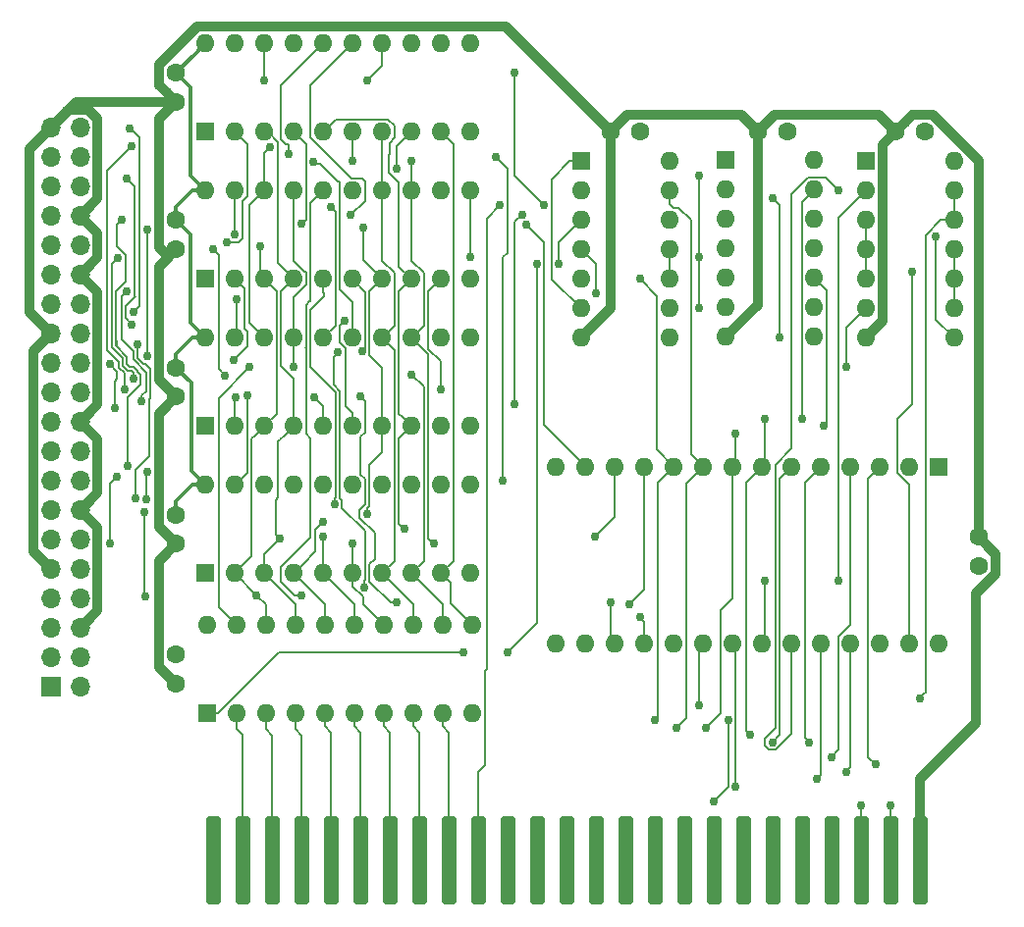
<source format=gbr>
G04 #@! TF.GenerationSoftware,KiCad,Pcbnew,(5.0.2)-1*
G04 #@! TF.CreationDate,2020-12-29T19:00:26-05:00*
G04 #@! TF.ProjectId,Apple2IORPi,4170706c-6532-4494-9f52-50692e6b6963,0.3*
G04 #@! TF.SameCoordinates,Original*
G04 #@! TF.FileFunction,Copper,L2,Bot*
G04 #@! TF.FilePolarity,Positive*
%FSLAX46Y46*%
G04 Gerber Fmt 4.6, Leading zero omitted, Abs format (unit mm)*
G04 Created by KiCad (PCBNEW (5.0.2)-1) date 2020-12-29 19:00:26*
%MOMM*%
%LPD*%
G01*
G04 APERTURE LIST*
G04 #@! TA.AperFunction,ComponentPad*
%ADD10R,1.700000X1.700000*%
G04 #@! TD*
G04 #@! TA.AperFunction,ComponentPad*
%ADD11O,1.700000X1.700000*%
G04 #@! TD*
G04 #@! TA.AperFunction,ComponentPad*
%ADD12C,1.600000*%
G04 #@! TD*
G04 #@! TA.AperFunction,ComponentPad*
%ADD13O,1.600000X1.600000*%
G04 #@! TD*
G04 #@! TA.AperFunction,ComponentPad*
%ADD14R,1.600000X1.600000*%
G04 #@! TD*
G04 #@! TA.AperFunction,Conductor*
%ADD15C,0.100000*%
G04 #@! TD*
G04 #@! TA.AperFunction,ConnectorPad*
%ADD16C,1.270000*%
G04 #@! TD*
G04 #@! TA.AperFunction,ViaPad*
%ADD17C,0.762000*%
G04 #@! TD*
G04 #@! TA.AperFunction,Conductor*
%ADD18C,0.177800*%
G04 #@! TD*
G04 #@! TA.AperFunction,Conductor*
%ADD19C,0.812800*%
G04 #@! TD*
G04 #@! TA.AperFunction,Conductor*
%ADD20C,0.355600*%
G04 #@! TD*
G04 APERTURE END LIST*
D10*
G04 #@! TO.P,J1,1*
G04 #@! TO.N,Net-(C5-Pad1)*
X110490000Y-100584000D03*
D11*
G04 #@! TO.P,J1,2*
G04 #@! TO.N,Net-(C1-Pad1)*
X113030000Y-100584000D03*
G04 #@! TO.P,J1,3*
G04 #@! TO.N,Net-(J1-Pad3)*
X110490000Y-98044000D03*
G04 #@! TO.P,J1,4*
G04 #@! TO.N,Net-(C1-Pad1)*
X113030000Y-98044000D03*
G04 #@! TO.P,J1,5*
G04 #@! TO.N,Net-(J1-Pad5)*
X110490000Y-95504000D03*
G04 #@! TO.P,J1,6*
G04 #@! TO.N,Net-(C1-Pad2)*
X113030000Y-95504000D03*
G04 #@! TO.P,J1,7*
G04 #@! TO.N,Net-(J1-Pad7)*
X110490000Y-92964000D03*
G04 #@! TO.P,J1,8*
G04 #@! TO.N,Net-(J1-Pad8)*
X113030000Y-92964000D03*
G04 #@! TO.P,J1,9*
G04 #@! TO.N,Net-(C1-Pad2)*
X110490000Y-90424000D03*
G04 #@! TO.P,J1,10*
G04 #@! TO.N,Net-(J1-Pad10)*
X113030000Y-90424000D03*
G04 #@! TO.P,J1,11*
G04 #@! TO.N,Net-(J1-Pad11)*
X110490000Y-87884000D03*
G04 #@! TO.P,J1,12*
G04 #@! TO.N,Net-(J1-Pad12)*
X113030000Y-87884000D03*
G04 #@! TO.P,J1,13*
G04 #@! TO.N,Net-(J1-Pad13)*
X110490000Y-85344000D03*
G04 #@! TO.P,J1,14*
G04 #@! TO.N,Net-(C1-Pad2)*
X113030000Y-85344000D03*
G04 #@! TO.P,J1,15*
G04 #@! TO.N,Net-(J1-Pad15)*
X110490000Y-82804000D03*
G04 #@! TO.P,J1,16*
G04 #@! TO.N,Net-(J1-Pad16)*
X113030000Y-82804000D03*
G04 #@! TO.P,J1,17*
G04 #@! TO.N,Net-(C5-Pad1)*
X110490000Y-80264000D03*
G04 #@! TO.P,J1,18*
G04 #@! TO.N,Net-(J1-Pad18)*
X113030000Y-80264000D03*
G04 #@! TO.P,J1,19*
G04 #@! TO.N,Net-(J1-Pad19)*
X110490000Y-77724000D03*
G04 #@! TO.P,J1,20*
G04 #@! TO.N,Net-(C1-Pad2)*
X113030000Y-77724000D03*
G04 #@! TO.P,J1,21*
G04 #@! TO.N,Net-(J1-Pad21)*
X110490000Y-75184000D03*
G04 #@! TO.P,J1,22*
G04 #@! TO.N,Net-(J1-Pad22)*
X113030000Y-75184000D03*
G04 #@! TO.P,J1,23*
G04 #@! TO.N,Net-(J1-Pad23)*
X110490000Y-72644000D03*
G04 #@! TO.P,J1,24*
G04 #@! TO.N,Net-(J1-Pad24)*
X113030000Y-72644000D03*
G04 #@! TO.P,J1,25*
G04 #@! TO.N,Net-(C1-Pad2)*
X110490000Y-70104000D03*
G04 #@! TO.P,J1,26*
G04 #@! TO.N,Net-(J1-Pad26)*
X113030000Y-70104000D03*
G04 #@! TO.P,J1,27*
G04 #@! TO.N,Net-(J1-Pad27)*
X110490000Y-67564000D03*
G04 #@! TO.P,J1,28*
G04 #@! TO.N,Net-(J1-Pad28)*
X113030000Y-67564000D03*
G04 #@! TO.P,J1,29*
G04 #@! TO.N,Net-(J1-Pad29)*
X110490000Y-65024000D03*
G04 #@! TO.P,J1,30*
G04 #@! TO.N,Net-(C1-Pad2)*
X113030000Y-65024000D03*
G04 #@! TO.P,J1,31*
G04 #@! TO.N,Net-(J1-Pad31)*
X110490000Y-62484000D03*
G04 #@! TO.P,J1,32*
G04 #@! TO.N,Net-(J1-Pad32)*
X113030000Y-62484000D03*
G04 #@! TO.P,J1,33*
G04 #@! TO.N,Net-(J1-Pad33)*
X110490000Y-59944000D03*
G04 #@! TO.P,J1,34*
G04 #@! TO.N,Net-(C1-Pad2)*
X113030000Y-59944000D03*
G04 #@! TO.P,J1,35*
G04 #@! TO.N,Net-(J1-Pad35)*
X110490000Y-57404000D03*
G04 #@! TO.P,J1,36*
G04 #@! TO.N,Net-(J1-Pad36)*
X113030000Y-57404000D03*
G04 #@! TO.P,J1,37*
G04 #@! TO.N,Net-(J1-Pad37)*
X110490000Y-54864000D03*
G04 #@! TO.P,J1,38*
G04 #@! TO.N,Net-(J1-Pad38)*
X113030000Y-54864000D03*
G04 #@! TO.P,J1,39*
G04 #@! TO.N,Net-(C1-Pad2)*
X110490000Y-52324000D03*
G04 #@! TO.P,J1,40*
G04 #@! TO.N,Net-(J1-Pad40)*
X113030000Y-52324000D03*
G04 #@! TD*
D12*
G04 #@! TO.P,C6,1*
G04 #@! TO.N,Net-(C5-Pad1)*
X121285000Y-73065000D03*
G04 #@! TO.P,C6,2*
G04 #@! TO.N,Net-(C1-Pad2)*
X121285000Y-75565000D03*
G04 #@! TD*
G04 #@! TO.P,C5,1*
G04 #@! TO.N,Net-(C5-Pad1)*
X121285000Y-85765000D03*
G04 #@! TO.P,C5,2*
G04 #@! TO.N,Net-(C1-Pad2)*
X121285000Y-88265000D03*
G04 #@! TD*
G04 #@! TO.P,C1,1*
G04 #@! TO.N,Net-(C1-Pad1)*
X121285000Y-97830000D03*
G04 #@! TO.P,C1,2*
G04 #@! TO.N,Net-(C1-Pad2)*
X121285000Y-100330000D03*
G04 #@! TD*
G04 #@! TO.P,C4,1*
G04 #@! TO.N,Net-(C1-Pad1)*
X161290000Y-52705000D03*
G04 #@! TO.P,C4,2*
G04 #@! TO.N,Net-(C1-Pad2)*
X158790000Y-52705000D03*
G04 #@! TD*
G04 #@! TO.P,C3,1*
G04 #@! TO.N,Net-(C1-Pad1)*
X185851800Y-52705000D03*
G04 #@! TO.P,C3,2*
G04 #@! TO.N,Net-(C1-Pad2)*
X183351800Y-52705000D03*
G04 #@! TD*
G04 #@! TO.P,C2,1*
G04 #@! TO.N,Net-(C1-Pad1)*
X190500000Y-90170000D03*
G04 #@! TO.P,C2,2*
G04 #@! TO.N,Net-(C1-Pad2)*
X190500000Y-87670000D03*
G04 #@! TD*
G04 #@! TO.P,C7,1*
G04 #@! TO.N,Net-(C5-Pad1)*
X121285000Y-47625000D03*
G04 #@! TO.P,C7,2*
G04 #@! TO.N,Net-(C1-Pad2)*
X121285000Y-50125000D03*
G04 #@! TD*
G04 #@! TO.P,C8,1*
G04 #@! TO.N,Net-(C5-Pad1)*
X121285000Y-60325000D03*
G04 #@! TO.P,C8,2*
G04 #@! TO.N,Net-(C1-Pad2)*
X121285000Y-62825000D03*
G04 #@! TD*
G04 #@! TO.P,C9,1*
G04 #@! TO.N,Net-(C1-Pad1)*
X173990000Y-52705000D03*
G04 #@! TO.P,C9,2*
G04 #@! TO.N,Net-(C1-Pad2)*
X171490000Y-52705000D03*
G04 #@! TD*
D13*
G04 #@! TO.P,U8,14*
G04 #@! TO.N,Net-(C1-Pad1)*
X176326800Y-55168800D03*
G04 #@! TO.P,U8,7*
G04 #@! TO.N,Net-(C1-Pad2)*
X168706800Y-70408800D03*
G04 #@! TO.P,U8,13*
G04 #@! TO.N,Net-(J0-Pad5)*
X176326800Y-57708800D03*
G04 #@! TO.P,U8,6*
G04 #@! TO.N,Net-(U7-Pad11)*
X168706800Y-67868800D03*
G04 #@! TO.P,U8,12*
G04 #@! TO.N,Net-(U2-Pad8)*
X176326800Y-60248800D03*
G04 #@! TO.P,U8,5*
G04 #@! TO.N,Net-(U8-Pad11)*
X168706800Y-65328800D03*
G04 #@! TO.P,U8,11*
X176326800Y-62788800D03*
G04 #@! TO.P,U8,4*
G04 #@! TO.N,Net-(J0-Pad41)*
X168706800Y-62788800D03*
G04 #@! TO.P,U8,10*
G04 #@! TO.N,Net-(J0-Pad4)*
X176326800Y-65328800D03*
G04 #@! TO.P,U8,3*
G04 #@! TO.N,Net-(U6-Pad19)*
X168706800Y-60248800D03*
G04 #@! TO.P,U8,9*
G04 #@! TO.N,Net-(U0-Pad1)*
X176326800Y-67868800D03*
G04 #@! TO.P,U8,2*
G04 #@! TO.N,Net-(U8-Pad2)*
X168706800Y-57708800D03*
G04 #@! TO.P,U8,8*
X176326800Y-70408800D03*
D14*
G04 #@! TO.P,U8,1*
G04 #@! TO.N,Net-(J0-Pad41)*
X168706800Y-55168800D03*
G04 #@! TD*
D13*
G04 #@! TO.P,U6,20*
G04 #@! TO.N,Net-(C5-Pad1)*
X123825000Y-45085000D03*
G04 #@! TO.P,U6,10*
G04 #@! TO.N,Net-(C1-Pad2)*
X146685000Y-52705000D03*
G04 #@! TO.P,U6,19*
G04 #@! TO.N,Net-(U6-Pad19)*
X126365000Y-45085000D03*
G04 #@! TO.P,U6,9*
G04 #@! TO.N,Net-(U0-Pad11)*
X144145000Y-52705000D03*
G04 #@! TO.P,U6,18*
G04 #@! TO.N,Net-(J1-Pad26)*
X128905000Y-45085000D03*
G04 #@! TO.P,U6,8*
G04 #@! TO.N,Net-(U0-Pad12)*
X141605000Y-52705000D03*
G04 #@! TO.P,U6,17*
G04 #@! TO.N,Net-(J1-Pad24)*
X131445000Y-45085000D03*
G04 #@! TO.P,U6,7*
G04 #@! TO.N,Net-(U0-Pad13)*
X139065000Y-52705000D03*
G04 #@! TO.P,U6,16*
G04 #@! TO.N,Net-(J1-Pad22)*
X133985000Y-45085000D03*
G04 #@! TO.P,U6,6*
G04 #@! TO.N,Net-(U0-Pad14)*
X136525000Y-52705000D03*
G04 #@! TO.P,U6,15*
G04 #@! TO.N,Net-(J1-Pad18)*
X136525000Y-45085000D03*
G04 #@! TO.P,U6,5*
G04 #@! TO.N,Net-(U0-Pad15)*
X133985000Y-52705000D03*
G04 #@! TO.P,U6,14*
G04 #@! TO.N,Net-(J1-Pad26)*
X139065000Y-45085000D03*
G04 #@! TO.P,U6,4*
G04 #@! TO.N,Net-(U0-Pad16)*
X131445000Y-52705000D03*
G04 #@! TO.P,U6,13*
G04 #@! TO.N,Net-(J1-Pad24)*
X141605000Y-45085000D03*
G04 #@! TO.P,U6,3*
G04 #@! TO.N,Net-(U0-Pad17)*
X128905000Y-52705000D03*
G04 #@! TO.P,U6,12*
G04 #@! TO.N,Net-(J1-Pad22)*
X144145000Y-45085000D03*
G04 #@! TO.P,U6,2*
G04 #@! TO.N,Net-(U0-Pad18)*
X126365000Y-52705000D03*
G04 #@! TO.P,U6,11*
G04 #@! TO.N,Net-(J1-Pad18)*
X146685000Y-45085000D03*
D14*
G04 #@! TO.P,U6,1*
G04 #@! TO.N,Net-(C1-Pad2)*
X123825000Y-52705000D03*
G04 #@! TD*
G04 #@! TO.P,U7,1*
G04 #@! TO.N,Net-(C1-Pad2)*
X123825000Y-65405000D03*
D13*
G04 #@! TO.P,U7,11*
G04 #@! TO.N,Net-(U7-Pad11)*
X146685000Y-57785000D03*
G04 #@! TO.P,U7,2*
G04 #@! TO.N,Net-(J1-Pad16)*
X126365000Y-65405000D03*
G04 #@! TO.P,U7,12*
G04 #@! TO.N,Net-(U1-Pad23)*
X144145000Y-57785000D03*
G04 #@! TO.P,U7,3*
G04 #@! TO.N,Net-(U0-Pad18)*
X128905000Y-65405000D03*
G04 #@! TO.P,U7,13*
G04 #@! TO.N,Net-(U0-Pad14)*
X141605000Y-57785000D03*
G04 #@! TO.P,U7,4*
G04 #@! TO.N,Net-(U0-Pad17)*
X131445000Y-65405000D03*
G04 #@! TO.P,U7,14*
G04 #@! TO.N,Net-(U0-Pad13)*
X139065000Y-57785000D03*
G04 #@! TO.P,U7,5*
G04 #@! TO.N,Net-(J1-Pad12)*
X133985000Y-65405000D03*
G04 #@! TO.P,U7,15*
G04 #@! TO.N,Net-(U1-Pad2)*
X136525000Y-57785000D03*
G04 #@! TO.P,U7,6*
G04 #@! TO.N,Net-(J1-Pad10)*
X136525000Y-65405000D03*
G04 #@! TO.P,U7,16*
G04 #@! TO.N,Net-(U1-Pad26)*
X133985000Y-57785000D03*
G04 #@! TO.P,U7,7*
G04 #@! TO.N,Net-(U0-Pad16)*
X139065000Y-65405000D03*
G04 #@! TO.P,U7,17*
G04 #@! TO.N,Net-(U0-Pad12)*
X131445000Y-57785000D03*
G04 #@! TO.P,U7,8*
G04 #@! TO.N,Net-(U0-Pad15)*
X141605000Y-65405000D03*
G04 #@! TO.P,U7,18*
G04 #@! TO.N,Net-(U0-Pad11)*
X128905000Y-57785000D03*
G04 #@! TO.P,U7,9*
G04 #@! TO.N,Net-(J1-Pad8)*
X144145000Y-65405000D03*
G04 #@! TO.P,U7,19*
G04 #@! TO.N,Net-(U1-Pad27)*
X126365000Y-57785000D03*
G04 #@! TO.P,U7,10*
G04 #@! TO.N,Net-(C1-Pad2)*
X146685000Y-65405000D03*
G04 #@! TO.P,U7,20*
G04 #@! TO.N,Net-(C5-Pad1)*
X123825000Y-57785000D03*
G04 #@! TD*
D14*
G04 #@! TO.P,U1,1*
G04 #@! TO.N,Net-(C1-Pad1)*
X187101925Y-81586962D03*
D13*
G04 #@! TO.P,U1,15*
G04 #@! TO.N,Net-(U0-Pad15)*
X154081925Y-96826962D03*
G04 #@! TO.P,U1,2*
G04 #@! TO.N,Net-(U1-Pad2)*
X184561925Y-81586962D03*
G04 #@! TO.P,U1,16*
G04 #@! TO.N,Net-(U0-Pad14)*
X156621925Y-96826962D03*
G04 #@! TO.P,U1,3*
G04 #@! TO.N,Net-(J0-Pad9)*
X182021925Y-81586962D03*
G04 #@! TO.P,U1,17*
G04 #@! TO.N,Net-(U0-Pad13)*
X159161925Y-96826962D03*
G04 #@! TO.P,U1,4*
G04 #@! TO.N,Net-(J0-Pad8)*
X179481925Y-81586962D03*
G04 #@! TO.P,U1,18*
G04 #@! TO.N,Net-(U0-Pad12)*
X161701925Y-96826962D03*
G04 #@! TO.P,U1,5*
G04 #@! TO.N,Net-(J0-Pad7)*
X176941925Y-81586962D03*
G04 #@! TO.P,U1,19*
G04 #@! TO.N,Net-(U0-Pad11)*
X164241925Y-96826962D03*
G04 #@! TO.P,U1,6*
G04 #@! TO.N,Net-(J0-Pad6)*
X174401925Y-81586962D03*
G04 #@! TO.P,U1,20*
G04 #@! TO.N,Net-(J0-Pad1)*
X166781925Y-96826962D03*
G04 #@! TO.P,U1,7*
G04 #@! TO.N,Net-(J0-Pad5)*
X171861925Y-81586962D03*
G04 #@! TO.P,U1,21*
G04 #@! TO.N,Net-(J0-Pad12)*
X169321925Y-96826962D03*
G04 #@! TO.P,U1,8*
G04 #@! TO.N,Net-(J0-Pad4)*
X169321925Y-81586962D03*
G04 #@! TO.P,U1,22*
G04 #@! TO.N,Net-(J0-Pad1)*
X171861925Y-96826962D03*
G04 #@! TO.P,U1,9*
G04 #@! TO.N,Net-(J0-Pad3)*
X166781925Y-81586962D03*
G04 #@! TO.P,U1,23*
G04 #@! TO.N,Net-(U1-Pad23)*
X174401925Y-96826962D03*
G04 #@! TO.P,U1,10*
G04 #@! TO.N,Net-(J0-Pad2)*
X164241925Y-81586962D03*
G04 #@! TO.P,U1,24*
G04 #@! TO.N,Net-(J0-Pad11)*
X176941925Y-96826962D03*
G04 #@! TO.P,U1,11*
G04 #@! TO.N,Net-(U0-Pad18)*
X161701925Y-81586962D03*
G04 #@! TO.P,U1,25*
G04 #@! TO.N,Net-(J0-Pad10)*
X179481925Y-96826962D03*
G04 #@! TO.P,U1,12*
G04 #@! TO.N,Net-(U0-Pad17)*
X159161925Y-81586962D03*
G04 #@! TO.P,U1,26*
G04 #@! TO.N,Net-(U1-Pad26)*
X182021925Y-96826962D03*
G04 #@! TO.P,U1,13*
G04 #@! TO.N,Net-(U0-Pad16)*
X156621925Y-81586962D03*
G04 #@! TO.P,U1,27*
G04 #@! TO.N,Net-(U1-Pad27)*
X184561925Y-96826962D03*
G04 #@! TO.P,U1,14*
G04 #@! TO.N,Net-(C1-Pad2)*
X154081925Y-81586962D03*
G04 #@! TO.P,U1,28*
G04 #@! TO.N,Net-(C1-Pad1)*
X187101925Y-96826962D03*
G04 #@! TD*
D15*
G04 #@! TO.N,Net-(J0-Pad50)*
G04 #@! TO.C,J0*
G36*
X124883621Y-111761529D02*
X124914442Y-111766101D01*
X124944666Y-111773671D01*
X124974003Y-111784168D01*
X125002169Y-111797490D01*
X125028895Y-111813508D01*
X125053921Y-111832069D01*
X125077007Y-111852994D01*
X125097932Y-111876080D01*
X125116493Y-111901106D01*
X125132511Y-111927832D01*
X125145833Y-111955998D01*
X125156330Y-111985335D01*
X125163900Y-112015559D01*
X125168472Y-112046380D01*
X125170001Y-112077500D01*
X125170001Y-119062500D01*
X125168472Y-119093620D01*
X125163900Y-119124441D01*
X125156330Y-119154665D01*
X125145833Y-119184002D01*
X125132511Y-119212168D01*
X125116493Y-119238894D01*
X125097932Y-119263920D01*
X125077007Y-119287006D01*
X125053921Y-119307931D01*
X125028895Y-119326492D01*
X125002169Y-119342510D01*
X124974003Y-119355832D01*
X124944666Y-119366329D01*
X124914442Y-119373899D01*
X124883621Y-119378471D01*
X124852501Y-119380000D01*
X124217501Y-119380000D01*
X124186381Y-119378471D01*
X124155560Y-119373899D01*
X124125336Y-119366329D01*
X124095999Y-119355832D01*
X124067833Y-119342510D01*
X124041107Y-119326492D01*
X124016081Y-119307931D01*
X123992995Y-119287006D01*
X123972070Y-119263920D01*
X123953509Y-119238894D01*
X123937491Y-119212168D01*
X123924169Y-119184002D01*
X123913672Y-119154665D01*
X123906102Y-119124441D01*
X123901530Y-119093620D01*
X123900001Y-119062500D01*
X123900001Y-112077500D01*
X123901530Y-112046380D01*
X123906102Y-112015559D01*
X123913672Y-111985335D01*
X123924169Y-111955998D01*
X123937491Y-111927832D01*
X123953509Y-111901106D01*
X123972070Y-111876080D01*
X123992995Y-111852994D01*
X124016081Y-111832069D01*
X124041107Y-111813508D01*
X124067833Y-111797490D01*
X124095999Y-111784168D01*
X124125336Y-111773671D01*
X124155560Y-111766101D01*
X124186381Y-111761529D01*
X124217501Y-111760000D01*
X124852501Y-111760000D01*
X124883621Y-111761529D01*
X124883621Y-111761529D01*
G37*
D16*
G04 #@! TD*
G04 #@! TO.P,J0,50*
G04 #@! TO.N,Net-(J0-Pad50)*
X124535001Y-115570000D03*
D15*
G04 #@! TO.N,Net-(J0-Pad49)*
G04 #@! TO.C,J0*
G36*
X127423621Y-111761529D02*
X127454442Y-111766101D01*
X127484666Y-111773671D01*
X127514003Y-111784168D01*
X127542169Y-111797490D01*
X127568895Y-111813508D01*
X127593921Y-111832069D01*
X127617007Y-111852994D01*
X127637932Y-111876080D01*
X127656493Y-111901106D01*
X127672511Y-111927832D01*
X127685833Y-111955998D01*
X127696330Y-111985335D01*
X127703900Y-112015559D01*
X127708472Y-112046380D01*
X127710001Y-112077500D01*
X127710001Y-119062500D01*
X127708472Y-119093620D01*
X127703900Y-119124441D01*
X127696330Y-119154665D01*
X127685833Y-119184002D01*
X127672511Y-119212168D01*
X127656493Y-119238894D01*
X127637932Y-119263920D01*
X127617007Y-119287006D01*
X127593921Y-119307931D01*
X127568895Y-119326492D01*
X127542169Y-119342510D01*
X127514003Y-119355832D01*
X127484666Y-119366329D01*
X127454442Y-119373899D01*
X127423621Y-119378471D01*
X127392501Y-119380000D01*
X126757501Y-119380000D01*
X126726381Y-119378471D01*
X126695560Y-119373899D01*
X126665336Y-119366329D01*
X126635999Y-119355832D01*
X126607833Y-119342510D01*
X126581107Y-119326492D01*
X126556081Y-119307931D01*
X126532995Y-119287006D01*
X126512070Y-119263920D01*
X126493509Y-119238894D01*
X126477491Y-119212168D01*
X126464169Y-119184002D01*
X126453672Y-119154665D01*
X126446102Y-119124441D01*
X126441530Y-119093620D01*
X126440001Y-119062500D01*
X126440001Y-112077500D01*
X126441530Y-112046380D01*
X126446102Y-112015559D01*
X126453672Y-111985335D01*
X126464169Y-111955998D01*
X126477491Y-111927832D01*
X126493509Y-111901106D01*
X126512070Y-111876080D01*
X126532995Y-111852994D01*
X126556081Y-111832069D01*
X126581107Y-111813508D01*
X126607833Y-111797490D01*
X126635999Y-111784168D01*
X126665336Y-111773671D01*
X126695560Y-111766101D01*
X126726381Y-111761529D01*
X126757501Y-111760000D01*
X127392501Y-111760000D01*
X127423621Y-111761529D01*
X127423621Y-111761529D01*
G37*
D16*
G04 #@! TD*
G04 #@! TO.P,J0,49*
G04 #@! TO.N,Net-(J0-Pad49)*
X127075001Y-115570000D03*
D15*
G04 #@! TO.N,Net-(J0-Pad48)*
G04 #@! TO.C,J0*
G36*
X129963621Y-111761529D02*
X129994442Y-111766101D01*
X130024666Y-111773671D01*
X130054003Y-111784168D01*
X130082169Y-111797490D01*
X130108895Y-111813508D01*
X130133921Y-111832069D01*
X130157007Y-111852994D01*
X130177932Y-111876080D01*
X130196493Y-111901106D01*
X130212511Y-111927832D01*
X130225833Y-111955998D01*
X130236330Y-111985335D01*
X130243900Y-112015559D01*
X130248472Y-112046380D01*
X130250001Y-112077500D01*
X130250001Y-119062500D01*
X130248472Y-119093620D01*
X130243900Y-119124441D01*
X130236330Y-119154665D01*
X130225833Y-119184002D01*
X130212511Y-119212168D01*
X130196493Y-119238894D01*
X130177932Y-119263920D01*
X130157007Y-119287006D01*
X130133921Y-119307931D01*
X130108895Y-119326492D01*
X130082169Y-119342510D01*
X130054003Y-119355832D01*
X130024666Y-119366329D01*
X129994442Y-119373899D01*
X129963621Y-119378471D01*
X129932501Y-119380000D01*
X129297501Y-119380000D01*
X129266381Y-119378471D01*
X129235560Y-119373899D01*
X129205336Y-119366329D01*
X129175999Y-119355832D01*
X129147833Y-119342510D01*
X129121107Y-119326492D01*
X129096081Y-119307931D01*
X129072995Y-119287006D01*
X129052070Y-119263920D01*
X129033509Y-119238894D01*
X129017491Y-119212168D01*
X129004169Y-119184002D01*
X128993672Y-119154665D01*
X128986102Y-119124441D01*
X128981530Y-119093620D01*
X128980001Y-119062500D01*
X128980001Y-112077500D01*
X128981530Y-112046380D01*
X128986102Y-112015559D01*
X128993672Y-111985335D01*
X129004169Y-111955998D01*
X129017491Y-111927832D01*
X129033509Y-111901106D01*
X129052070Y-111876080D01*
X129072995Y-111852994D01*
X129096081Y-111832069D01*
X129121107Y-111813508D01*
X129147833Y-111797490D01*
X129175999Y-111784168D01*
X129205336Y-111773671D01*
X129235560Y-111766101D01*
X129266381Y-111761529D01*
X129297501Y-111760000D01*
X129932501Y-111760000D01*
X129963621Y-111761529D01*
X129963621Y-111761529D01*
G37*
D16*
G04 #@! TD*
G04 #@! TO.P,J0,48*
G04 #@! TO.N,Net-(J0-Pad48)*
X129615001Y-115570000D03*
D15*
G04 #@! TO.N,Net-(J0-Pad47)*
G04 #@! TO.C,J0*
G36*
X132503621Y-111761529D02*
X132534442Y-111766101D01*
X132564666Y-111773671D01*
X132594003Y-111784168D01*
X132622169Y-111797490D01*
X132648895Y-111813508D01*
X132673921Y-111832069D01*
X132697007Y-111852994D01*
X132717932Y-111876080D01*
X132736493Y-111901106D01*
X132752511Y-111927832D01*
X132765833Y-111955998D01*
X132776330Y-111985335D01*
X132783900Y-112015559D01*
X132788472Y-112046380D01*
X132790001Y-112077500D01*
X132790001Y-119062500D01*
X132788472Y-119093620D01*
X132783900Y-119124441D01*
X132776330Y-119154665D01*
X132765833Y-119184002D01*
X132752511Y-119212168D01*
X132736493Y-119238894D01*
X132717932Y-119263920D01*
X132697007Y-119287006D01*
X132673921Y-119307931D01*
X132648895Y-119326492D01*
X132622169Y-119342510D01*
X132594003Y-119355832D01*
X132564666Y-119366329D01*
X132534442Y-119373899D01*
X132503621Y-119378471D01*
X132472501Y-119380000D01*
X131837501Y-119380000D01*
X131806381Y-119378471D01*
X131775560Y-119373899D01*
X131745336Y-119366329D01*
X131715999Y-119355832D01*
X131687833Y-119342510D01*
X131661107Y-119326492D01*
X131636081Y-119307931D01*
X131612995Y-119287006D01*
X131592070Y-119263920D01*
X131573509Y-119238894D01*
X131557491Y-119212168D01*
X131544169Y-119184002D01*
X131533672Y-119154665D01*
X131526102Y-119124441D01*
X131521530Y-119093620D01*
X131520001Y-119062500D01*
X131520001Y-112077500D01*
X131521530Y-112046380D01*
X131526102Y-112015559D01*
X131533672Y-111985335D01*
X131544169Y-111955998D01*
X131557491Y-111927832D01*
X131573509Y-111901106D01*
X131592070Y-111876080D01*
X131612995Y-111852994D01*
X131636081Y-111832069D01*
X131661107Y-111813508D01*
X131687833Y-111797490D01*
X131715999Y-111784168D01*
X131745336Y-111773671D01*
X131775560Y-111766101D01*
X131806381Y-111761529D01*
X131837501Y-111760000D01*
X132472501Y-111760000D01*
X132503621Y-111761529D01*
X132503621Y-111761529D01*
G37*
D16*
G04 #@! TD*
G04 #@! TO.P,J0,47*
G04 #@! TO.N,Net-(J0-Pad47)*
X132155001Y-115570000D03*
D15*
G04 #@! TO.N,Net-(J0-Pad46)*
G04 #@! TO.C,J0*
G36*
X135043621Y-111761529D02*
X135074442Y-111766101D01*
X135104666Y-111773671D01*
X135134003Y-111784168D01*
X135162169Y-111797490D01*
X135188895Y-111813508D01*
X135213921Y-111832069D01*
X135237007Y-111852994D01*
X135257932Y-111876080D01*
X135276493Y-111901106D01*
X135292511Y-111927832D01*
X135305833Y-111955998D01*
X135316330Y-111985335D01*
X135323900Y-112015559D01*
X135328472Y-112046380D01*
X135330001Y-112077500D01*
X135330001Y-119062500D01*
X135328472Y-119093620D01*
X135323900Y-119124441D01*
X135316330Y-119154665D01*
X135305833Y-119184002D01*
X135292511Y-119212168D01*
X135276493Y-119238894D01*
X135257932Y-119263920D01*
X135237007Y-119287006D01*
X135213921Y-119307931D01*
X135188895Y-119326492D01*
X135162169Y-119342510D01*
X135134003Y-119355832D01*
X135104666Y-119366329D01*
X135074442Y-119373899D01*
X135043621Y-119378471D01*
X135012501Y-119380000D01*
X134377501Y-119380000D01*
X134346381Y-119378471D01*
X134315560Y-119373899D01*
X134285336Y-119366329D01*
X134255999Y-119355832D01*
X134227833Y-119342510D01*
X134201107Y-119326492D01*
X134176081Y-119307931D01*
X134152995Y-119287006D01*
X134132070Y-119263920D01*
X134113509Y-119238894D01*
X134097491Y-119212168D01*
X134084169Y-119184002D01*
X134073672Y-119154665D01*
X134066102Y-119124441D01*
X134061530Y-119093620D01*
X134060001Y-119062500D01*
X134060001Y-112077500D01*
X134061530Y-112046380D01*
X134066102Y-112015559D01*
X134073672Y-111985335D01*
X134084169Y-111955998D01*
X134097491Y-111927832D01*
X134113509Y-111901106D01*
X134132070Y-111876080D01*
X134152995Y-111852994D01*
X134176081Y-111832069D01*
X134201107Y-111813508D01*
X134227833Y-111797490D01*
X134255999Y-111784168D01*
X134285336Y-111773671D01*
X134315560Y-111766101D01*
X134346381Y-111761529D01*
X134377501Y-111760000D01*
X135012501Y-111760000D01*
X135043621Y-111761529D01*
X135043621Y-111761529D01*
G37*
D16*
G04 #@! TD*
G04 #@! TO.P,J0,46*
G04 #@! TO.N,Net-(J0-Pad46)*
X134695001Y-115570000D03*
D15*
G04 #@! TO.N,Net-(J0-Pad45)*
G04 #@! TO.C,J0*
G36*
X137583621Y-111761529D02*
X137614442Y-111766101D01*
X137644666Y-111773671D01*
X137674003Y-111784168D01*
X137702169Y-111797490D01*
X137728895Y-111813508D01*
X137753921Y-111832069D01*
X137777007Y-111852994D01*
X137797932Y-111876080D01*
X137816493Y-111901106D01*
X137832511Y-111927832D01*
X137845833Y-111955998D01*
X137856330Y-111985335D01*
X137863900Y-112015559D01*
X137868472Y-112046380D01*
X137870001Y-112077500D01*
X137870001Y-119062500D01*
X137868472Y-119093620D01*
X137863900Y-119124441D01*
X137856330Y-119154665D01*
X137845833Y-119184002D01*
X137832511Y-119212168D01*
X137816493Y-119238894D01*
X137797932Y-119263920D01*
X137777007Y-119287006D01*
X137753921Y-119307931D01*
X137728895Y-119326492D01*
X137702169Y-119342510D01*
X137674003Y-119355832D01*
X137644666Y-119366329D01*
X137614442Y-119373899D01*
X137583621Y-119378471D01*
X137552501Y-119380000D01*
X136917501Y-119380000D01*
X136886381Y-119378471D01*
X136855560Y-119373899D01*
X136825336Y-119366329D01*
X136795999Y-119355832D01*
X136767833Y-119342510D01*
X136741107Y-119326492D01*
X136716081Y-119307931D01*
X136692995Y-119287006D01*
X136672070Y-119263920D01*
X136653509Y-119238894D01*
X136637491Y-119212168D01*
X136624169Y-119184002D01*
X136613672Y-119154665D01*
X136606102Y-119124441D01*
X136601530Y-119093620D01*
X136600001Y-119062500D01*
X136600001Y-112077500D01*
X136601530Y-112046380D01*
X136606102Y-112015559D01*
X136613672Y-111985335D01*
X136624169Y-111955998D01*
X136637491Y-111927832D01*
X136653509Y-111901106D01*
X136672070Y-111876080D01*
X136692995Y-111852994D01*
X136716081Y-111832069D01*
X136741107Y-111813508D01*
X136767833Y-111797490D01*
X136795999Y-111784168D01*
X136825336Y-111773671D01*
X136855560Y-111766101D01*
X136886381Y-111761529D01*
X136917501Y-111760000D01*
X137552501Y-111760000D01*
X137583621Y-111761529D01*
X137583621Y-111761529D01*
G37*
D16*
G04 #@! TD*
G04 #@! TO.P,J0,45*
G04 #@! TO.N,Net-(J0-Pad45)*
X137235001Y-115570000D03*
D15*
G04 #@! TO.N,Net-(J0-Pad44)*
G04 #@! TO.C,J0*
G36*
X140123621Y-111761529D02*
X140154442Y-111766101D01*
X140184666Y-111773671D01*
X140214003Y-111784168D01*
X140242169Y-111797490D01*
X140268895Y-111813508D01*
X140293921Y-111832069D01*
X140317007Y-111852994D01*
X140337932Y-111876080D01*
X140356493Y-111901106D01*
X140372511Y-111927832D01*
X140385833Y-111955998D01*
X140396330Y-111985335D01*
X140403900Y-112015559D01*
X140408472Y-112046380D01*
X140410001Y-112077500D01*
X140410001Y-119062500D01*
X140408472Y-119093620D01*
X140403900Y-119124441D01*
X140396330Y-119154665D01*
X140385833Y-119184002D01*
X140372511Y-119212168D01*
X140356493Y-119238894D01*
X140337932Y-119263920D01*
X140317007Y-119287006D01*
X140293921Y-119307931D01*
X140268895Y-119326492D01*
X140242169Y-119342510D01*
X140214003Y-119355832D01*
X140184666Y-119366329D01*
X140154442Y-119373899D01*
X140123621Y-119378471D01*
X140092501Y-119380000D01*
X139457501Y-119380000D01*
X139426381Y-119378471D01*
X139395560Y-119373899D01*
X139365336Y-119366329D01*
X139335999Y-119355832D01*
X139307833Y-119342510D01*
X139281107Y-119326492D01*
X139256081Y-119307931D01*
X139232995Y-119287006D01*
X139212070Y-119263920D01*
X139193509Y-119238894D01*
X139177491Y-119212168D01*
X139164169Y-119184002D01*
X139153672Y-119154665D01*
X139146102Y-119124441D01*
X139141530Y-119093620D01*
X139140001Y-119062500D01*
X139140001Y-112077500D01*
X139141530Y-112046380D01*
X139146102Y-112015559D01*
X139153672Y-111985335D01*
X139164169Y-111955998D01*
X139177491Y-111927832D01*
X139193509Y-111901106D01*
X139212070Y-111876080D01*
X139232995Y-111852994D01*
X139256081Y-111832069D01*
X139281107Y-111813508D01*
X139307833Y-111797490D01*
X139335999Y-111784168D01*
X139365336Y-111773671D01*
X139395560Y-111766101D01*
X139426381Y-111761529D01*
X139457501Y-111760000D01*
X140092501Y-111760000D01*
X140123621Y-111761529D01*
X140123621Y-111761529D01*
G37*
D16*
G04 #@! TD*
G04 #@! TO.P,J0,44*
G04 #@! TO.N,Net-(J0-Pad44)*
X139775001Y-115570000D03*
D15*
G04 #@! TO.N,Net-(J0-Pad43)*
G04 #@! TO.C,J0*
G36*
X142663621Y-111761529D02*
X142694442Y-111766101D01*
X142724666Y-111773671D01*
X142754003Y-111784168D01*
X142782169Y-111797490D01*
X142808895Y-111813508D01*
X142833921Y-111832069D01*
X142857007Y-111852994D01*
X142877932Y-111876080D01*
X142896493Y-111901106D01*
X142912511Y-111927832D01*
X142925833Y-111955998D01*
X142936330Y-111985335D01*
X142943900Y-112015559D01*
X142948472Y-112046380D01*
X142950001Y-112077500D01*
X142950001Y-119062500D01*
X142948472Y-119093620D01*
X142943900Y-119124441D01*
X142936330Y-119154665D01*
X142925833Y-119184002D01*
X142912511Y-119212168D01*
X142896493Y-119238894D01*
X142877932Y-119263920D01*
X142857007Y-119287006D01*
X142833921Y-119307931D01*
X142808895Y-119326492D01*
X142782169Y-119342510D01*
X142754003Y-119355832D01*
X142724666Y-119366329D01*
X142694442Y-119373899D01*
X142663621Y-119378471D01*
X142632501Y-119380000D01*
X141997501Y-119380000D01*
X141966381Y-119378471D01*
X141935560Y-119373899D01*
X141905336Y-119366329D01*
X141875999Y-119355832D01*
X141847833Y-119342510D01*
X141821107Y-119326492D01*
X141796081Y-119307931D01*
X141772995Y-119287006D01*
X141752070Y-119263920D01*
X141733509Y-119238894D01*
X141717491Y-119212168D01*
X141704169Y-119184002D01*
X141693672Y-119154665D01*
X141686102Y-119124441D01*
X141681530Y-119093620D01*
X141680001Y-119062500D01*
X141680001Y-112077500D01*
X141681530Y-112046380D01*
X141686102Y-112015559D01*
X141693672Y-111985335D01*
X141704169Y-111955998D01*
X141717491Y-111927832D01*
X141733509Y-111901106D01*
X141752070Y-111876080D01*
X141772995Y-111852994D01*
X141796081Y-111832069D01*
X141821107Y-111813508D01*
X141847833Y-111797490D01*
X141875999Y-111784168D01*
X141905336Y-111773671D01*
X141935560Y-111766101D01*
X141966381Y-111761529D01*
X141997501Y-111760000D01*
X142632501Y-111760000D01*
X142663621Y-111761529D01*
X142663621Y-111761529D01*
G37*
D16*
G04 #@! TD*
G04 #@! TO.P,J0,43*
G04 #@! TO.N,Net-(J0-Pad43)*
X142315001Y-115570000D03*
D15*
G04 #@! TO.N,Net-(J0-Pad42)*
G04 #@! TO.C,J0*
G36*
X145203621Y-111761529D02*
X145234442Y-111766101D01*
X145264666Y-111773671D01*
X145294003Y-111784168D01*
X145322169Y-111797490D01*
X145348895Y-111813508D01*
X145373921Y-111832069D01*
X145397007Y-111852994D01*
X145417932Y-111876080D01*
X145436493Y-111901106D01*
X145452511Y-111927832D01*
X145465833Y-111955998D01*
X145476330Y-111985335D01*
X145483900Y-112015559D01*
X145488472Y-112046380D01*
X145490001Y-112077500D01*
X145490001Y-119062500D01*
X145488472Y-119093620D01*
X145483900Y-119124441D01*
X145476330Y-119154665D01*
X145465833Y-119184002D01*
X145452511Y-119212168D01*
X145436493Y-119238894D01*
X145417932Y-119263920D01*
X145397007Y-119287006D01*
X145373921Y-119307931D01*
X145348895Y-119326492D01*
X145322169Y-119342510D01*
X145294003Y-119355832D01*
X145264666Y-119366329D01*
X145234442Y-119373899D01*
X145203621Y-119378471D01*
X145172501Y-119380000D01*
X144537501Y-119380000D01*
X144506381Y-119378471D01*
X144475560Y-119373899D01*
X144445336Y-119366329D01*
X144415999Y-119355832D01*
X144387833Y-119342510D01*
X144361107Y-119326492D01*
X144336081Y-119307931D01*
X144312995Y-119287006D01*
X144292070Y-119263920D01*
X144273509Y-119238894D01*
X144257491Y-119212168D01*
X144244169Y-119184002D01*
X144233672Y-119154665D01*
X144226102Y-119124441D01*
X144221530Y-119093620D01*
X144220001Y-119062500D01*
X144220001Y-112077500D01*
X144221530Y-112046380D01*
X144226102Y-112015559D01*
X144233672Y-111985335D01*
X144244169Y-111955998D01*
X144257491Y-111927832D01*
X144273509Y-111901106D01*
X144292070Y-111876080D01*
X144312995Y-111852994D01*
X144336081Y-111832069D01*
X144361107Y-111813508D01*
X144387833Y-111797490D01*
X144415999Y-111784168D01*
X144445336Y-111773671D01*
X144475560Y-111766101D01*
X144506381Y-111761529D01*
X144537501Y-111760000D01*
X145172501Y-111760000D01*
X145203621Y-111761529D01*
X145203621Y-111761529D01*
G37*
D16*
G04 #@! TD*
G04 #@! TO.P,J0,42*
G04 #@! TO.N,Net-(J0-Pad42)*
X144855001Y-115570000D03*
D15*
G04 #@! TO.N,Net-(J0-Pad41)*
G04 #@! TO.C,J0*
G36*
X147743621Y-111761529D02*
X147774442Y-111766101D01*
X147804666Y-111773671D01*
X147834003Y-111784168D01*
X147862169Y-111797490D01*
X147888895Y-111813508D01*
X147913921Y-111832069D01*
X147937007Y-111852994D01*
X147957932Y-111876080D01*
X147976493Y-111901106D01*
X147992511Y-111927832D01*
X148005833Y-111955998D01*
X148016330Y-111985335D01*
X148023900Y-112015559D01*
X148028472Y-112046380D01*
X148030001Y-112077500D01*
X148030001Y-119062500D01*
X148028472Y-119093620D01*
X148023900Y-119124441D01*
X148016330Y-119154665D01*
X148005833Y-119184002D01*
X147992511Y-119212168D01*
X147976493Y-119238894D01*
X147957932Y-119263920D01*
X147937007Y-119287006D01*
X147913921Y-119307931D01*
X147888895Y-119326492D01*
X147862169Y-119342510D01*
X147834003Y-119355832D01*
X147804666Y-119366329D01*
X147774442Y-119373899D01*
X147743621Y-119378471D01*
X147712501Y-119380000D01*
X147077501Y-119380000D01*
X147046381Y-119378471D01*
X147015560Y-119373899D01*
X146985336Y-119366329D01*
X146955999Y-119355832D01*
X146927833Y-119342510D01*
X146901107Y-119326492D01*
X146876081Y-119307931D01*
X146852995Y-119287006D01*
X146832070Y-119263920D01*
X146813509Y-119238894D01*
X146797491Y-119212168D01*
X146784169Y-119184002D01*
X146773672Y-119154665D01*
X146766102Y-119124441D01*
X146761530Y-119093620D01*
X146760001Y-119062500D01*
X146760001Y-112077500D01*
X146761530Y-112046380D01*
X146766102Y-112015559D01*
X146773672Y-111985335D01*
X146784169Y-111955998D01*
X146797491Y-111927832D01*
X146813509Y-111901106D01*
X146832070Y-111876080D01*
X146852995Y-111852994D01*
X146876081Y-111832069D01*
X146901107Y-111813508D01*
X146927833Y-111797490D01*
X146955999Y-111784168D01*
X146985336Y-111773671D01*
X147015560Y-111766101D01*
X147046381Y-111761529D01*
X147077501Y-111760000D01*
X147712501Y-111760000D01*
X147743621Y-111761529D01*
X147743621Y-111761529D01*
G37*
D16*
G04 #@! TD*
G04 #@! TO.P,J0,41*
G04 #@! TO.N,Net-(J0-Pad41)*
X147395001Y-115570000D03*
D15*
G04 #@! TO.N,Net-(J0-Pad40)*
G04 #@! TO.C,J0*
G36*
X150283621Y-111761529D02*
X150314442Y-111766101D01*
X150344666Y-111773671D01*
X150374003Y-111784168D01*
X150402169Y-111797490D01*
X150428895Y-111813508D01*
X150453921Y-111832069D01*
X150477007Y-111852994D01*
X150497932Y-111876080D01*
X150516493Y-111901106D01*
X150532511Y-111927832D01*
X150545833Y-111955998D01*
X150556330Y-111985335D01*
X150563900Y-112015559D01*
X150568472Y-112046380D01*
X150570001Y-112077500D01*
X150570001Y-119062500D01*
X150568472Y-119093620D01*
X150563900Y-119124441D01*
X150556330Y-119154665D01*
X150545833Y-119184002D01*
X150532511Y-119212168D01*
X150516493Y-119238894D01*
X150497932Y-119263920D01*
X150477007Y-119287006D01*
X150453921Y-119307931D01*
X150428895Y-119326492D01*
X150402169Y-119342510D01*
X150374003Y-119355832D01*
X150344666Y-119366329D01*
X150314442Y-119373899D01*
X150283621Y-119378471D01*
X150252501Y-119380000D01*
X149617501Y-119380000D01*
X149586381Y-119378471D01*
X149555560Y-119373899D01*
X149525336Y-119366329D01*
X149495999Y-119355832D01*
X149467833Y-119342510D01*
X149441107Y-119326492D01*
X149416081Y-119307931D01*
X149392995Y-119287006D01*
X149372070Y-119263920D01*
X149353509Y-119238894D01*
X149337491Y-119212168D01*
X149324169Y-119184002D01*
X149313672Y-119154665D01*
X149306102Y-119124441D01*
X149301530Y-119093620D01*
X149300001Y-119062500D01*
X149300001Y-112077500D01*
X149301530Y-112046380D01*
X149306102Y-112015559D01*
X149313672Y-111985335D01*
X149324169Y-111955998D01*
X149337491Y-111927832D01*
X149353509Y-111901106D01*
X149372070Y-111876080D01*
X149392995Y-111852994D01*
X149416081Y-111832069D01*
X149441107Y-111813508D01*
X149467833Y-111797490D01*
X149495999Y-111784168D01*
X149525336Y-111773671D01*
X149555560Y-111766101D01*
X149586381Y-111761529D01*
X149617501Y-111760000D01*
X150252501Y-111760000D01*
X150283621Y-111761529D01*
X150283621Y-111761529D01*
G37*
D16*
G04 #@! TD*
G04 #@! TO.P,J0,40*
G04 #@! TO.N,Net-(J0-Pad40)*
X149935001Y-115570000D03*
D15*
G04 #@! TO.N,Net-(J0-Pad39)*
G04 #@! TO.C,J0*
G36*
X152823621Y-111761529D02*
X152854442Y-111766101D01*
X152884666Y-111773671D01*
X152914003Y-111784168D01*
X152942169Y-111797490D01*
X152968895Y-111813508D01*
X152993921Y-111832069D01*
X153017007Y-111852994D01*
X153037932Y-111876080D01*
X153056493Y-111901106D01*
X153072511Y-111927832D01*
X153085833Y-111955998D01*
X153096330Y-111985335D01*
X153103900Y-112015559D01*
X153108472Y-112046380D01*
X153110001Y-112077500D01*
X153110001Y-119062500D01*
X153108472Y-119093620D01*
X153103900Y-119124441D01*
X153096330Y-119154665D01*
X153085833Y-119184002D01*
X153072511Y-119212168D01*
X153056493Y-119238894D01*
X153037932Y-119263920D01*
X153017007Y-119287006D01*
X152993921Y-119307931D01*
X152968895Y-119326492D01*
X152942169Y-119342510D01*
X152914003Y-119355832D01*
X152884666Y-119366329D01*
X152854442Y-119373899D01*
X152823621Y-119378471D01*
X152792501Y-119380000D01*
X152157501Y-119380000D01*
X152126381Y-119378471D01*
X152095560Y-119373899D01*
X152065336Y-119366329D01*
X152035999Y-119355832D01*
X152007833Y-119342510D01*
X151981107Y-119326492D01*
X151956081Y-119307931D01*
X151932995Y-119287006D01*
X151912070Y-119263920D01*
X151893509Y-119238894D01*
X151877491Y-119212168D01*
X151864169Y-119184002D01*
X151853672Y-119154665D01*
X151846102Y-119124441D01*
X151841530Y-119093620D01*
X151840001Y-119062500D01*
X151840001Y-112077500D01*
X151841530Y-112046380D01*
X151846102Y-112015559D01*
X151853672Y-111985335D01*
X151864169Y-111955998D01*
X151877491Y-111927832D01*
X151893509Y-111901106D01*
X151912070Y-111876080D01*
X151932995Y-111852994D01*
X151956081Y-111832069D01*
X151981107Y-111813508D01*
X152007833Y-111797490D01*
X152035999Y-111784168D01*
X152065336Y-111773671D01*
X152095560Y-111766101D01*
X152126381Y-111761529D01*
X152157501Y-111760000D01*
X152792501Y-111760000D01*
X152823621Y-111761529D01*
X152823621Y-111761529D01*
G37*
D16*
G04 #@! TD*
G04 #@! TO.P,J0,39*
G04 #@! TO.N,Net-(J0-Pad39)*
X152475001Y-115570000D03*
D15*
G04 #@! TO.N,Net-(J0-Pad37)*
G04 #@! TO.C,J0*
G36*
X157903621Y-111761529D02*
X157934442Y-111766101D01*
X157964666Y-111773671D01*
X157994003Y-111784168D01*
X158022169Y-111797490D01*
X158048895Y-111813508D01*
X158073921Y-111832069D01*
X158097007Y-111852994D01*
X158117932Y-111876080D01*
X158136493Y-111901106D01*
X158152511Y-111927832D01*
X158165833Y-111955998D01*
X158176330Y-111985335D01*
X158183900Y-112015559D01*
X158188472Y-112046380D01*
X158190001Y-112077500D01*
X158190001Y-119062500D01*
X158188472Y-119093620D01*
X158183900Y-119124441D01*
X158176330Y-119154665D01*
X158165833Y-119184002D01*
X158152511Y-119212168D01*
X158136493Y-119238894D01*
X158117932Y-119263920D01*
X158097007Y-119287006D01*
X158073921Y-119307931D01*
X158048895Y-119326492D01*
X158022169Y-119342510D01*
X157994003Y-119355832D01*
X157964666Y-119366329D01*
X157934442Y-119373899D01*
X157903621Y-119378471D01*
X157872501Y-119380000D01*
X157237501Y-119380000D01*
X157206381Y-119378471D01*
X157175560Y-119373899D01*
X157145336Y-119366329D01*
X157115999Y-119355832D01*
X157087833Y-119342510D01*
X157061107Y-119326492D01*
X157036081Y-119307931D01*
X157012995Y-119287006D01*
X156992070Y-119263920D01*
X156973509Y-119238894D01*
X156957491Y-119212168D01*
X156944169Y-119184002D01*
X156933672Y-119154665D01*
X156926102Y-119124441D01*
X156921530Y-119093620D01*
X156920001Y-119062500D01*
X156920001Y-112077500D01*
X156921530Y-112046380D01*
X156926102Y-112015559D01*
X156933672Y-111985335D01*
X156944169Y-111955998D01*
X156957491Y-111927832D01*
X156973509Y-111901106D01*
X156992070Y-111876080D01*
X157012995Y-111852994D01*
X157036081Y-111832069D01*
X157061107Y-111813508D01*
X157087833Y-111797490D01*
X157115999Y-111784168D01*
X157145336Y-111773671D01*
X157175560Y-111766101D01*
X157206381Y-111761529D01*
X157237501Y-111760000D01*
X157872501Y-111760000D01*
X157903621Y-111761529D01*
X157903621Y-111761529D01*
G37*
D16*
G04 #@! TD*
G04 #@! TO.P,J0,37*
G04 #@! TO.N,Net-(J0-Pad37)*
X157555001Y-115570000D03*
D15*
G04 #@! TO.N,Net-(J0-Pad38)*
G04 #@! TO.C,J0*
G36*
X155363621Y-111761529D02*
X155394442Y-111766101D01*
X155424666Y-111773671D01*
X155454003Y-111784168D01*
X155482169Y-111797490D01*
X155508895Y-111813508D01*
X155533921Y-111832069D01*
X155557007Y-111852994D01*
X155577932Y-111876080D01*
X155596493Y-111901106D01*
X155612511Y-111927832D01*
X155625833Y-111955998D01*
X155636330Y-111985335D01*
X155643900Y-112015559D01*
X155648472Y-112046380D01*
X155650001Y-112077500D01*
X155650001Y-119062500D01*
X155648472Y-119093620D01*
X155643900Y-119124441D01*
X155636330Y-119154665D01*
X155625833Y-119184002D01*
X155612511Y-119212168D01*
X155596493Y-119238894D01*
X155577932Y-119263920D01*
X155557007Y-119287006D01*
X155533921Y-119307931D01*
X155508895Y-119326492D01*
X155482169Y-119342510D01*
X155454003Y-119355832D01*
X155424666Y-119366329D01*
X155394442Y-119373899D01*
X155363621Y-119378471D01*
X155332501Y-119380000D01*
X154697501Y-119380000D01*
X154666381Y-119378471D01*
X154635560Y-119373899D01*
X154605336Y-119366329D01*
X154575999Y-119355832D01*
X154547833Y-119342510D01*
X154521107Y-119326492D01*
X154496081Y-119307931D01*
X154472995Y-119287006D01*
X154452070Y-119263920D01*
X154433509Y-119238894D01*
X154417491Y-119212168D01*
X154404169Y-119184002D01*
X154393672Y-119154665D01*
X154386102Y-119124441D01*
X154381530Y-119093620D01*
X154380001Y-119062500D01*
X154380001Y-112077500D01*
X154381530Y-112046380D01*
X154386102Y-112015559D01*
X154393672Y-111985335D01*
X154404169Y-111955998D01*
X154417491Y-111927832D01*
X154433509Y-111901106D01*
X154452070Y-111876080D01*
X154472995Y-111852994D01*
X154496081Y-111832069D01*
X154521107Y-111813508D01*
X154547833Y-111797490D01*
X154575999Y-111784168D01*
X154605336Y-111773671D01*
X154635560Y-111766101D01*
X154666381Y-111761529D01*
X154697501Y-111760000D01*
X155332501Y-111760000D01*
X155363621Y-111761529D01*
X155363621Y-111761529D01*
G37*
D16*
G04 #@! TD*
G04 #@! TO.P,J0,38*
G04 #@! TO.N,Net-(J0-Pad38)*
X155015001Y-115570000D03*
D15*
G04 #@! TO.N,Net-(J0-Pad36)*
G04 #@! TO.C,J0*
G36*
X160443621Y-111761529D02*
X160474442Y-111766101D01*
X160504666Y-111773671D01*
X160534003Y-111784168D01*
X160562169Y-111797490D01*
X160588895Y-111813508D01*
X160613921Y-111832069D01*
X160637007Y-111852994D01*
X160657932Y-111876080D01*
X160676493Y-111901106D01*
X160692511Y-111927832D01*
X160705833Y-111955998D01*
X160716330Y-111985335D01*
X160723900Y-112015559D01*
X160728472Y-112046380D01*
X160730001Y-112077500D01*
X160730001Y-119062500D01*
X160728472Y-119093620D01*
X160723900Y-119124441D01*
X160716330Y-119154665D01*
X160705833Y-119184002D01*
X160692511Y-119212168D01*
X160676493Y-119238894D01*
X160657932Y-119263920D01*
X160637007Y-119287006D01*
X160613921Y-119307931D01*
X160588895Y-119326492D01*
X160562169Y-119342510D01*
X160534003Y-119355832D01*
X160504666Y-119366329D01*
X160474442Y-119373899D01*
X160443621Y-119378471D01*
X160412501Y-119380000D01*
X159777501Y-119380000D01*
X159746381Y-119378471D01*
X159715560Y-119373899D01*
X159685336Y-119366329D01*
X159655999Y-119355832D01*
X159627833Y-119342510D01*
X159601107Y-119326492D01*
X159576081Y-119307931D01*
X159552995Y-119287006D01*
X159532070Y-119263920D01*
X159513509Y-119238894D01*
X159497491Y-119212168D01*
X159484169Y-119184002D01*
X159473672Y-119154665D01*
X159466102Y-119124441D01*
X159461530Y-119093620D01*
X159460001Y-119062500D01*
X159460001Y-112077500D01*
X159461530Y-112046380D01*
X159466102Y-112015559D01*
X159473672Y-111985335D01*
X159484169Y-111955998D01*
X159497491Y-111927832D01*
X159513509Y-111901106D01*
X159532070Y-111876080D01*
X159552995Y-111852994D01*
X159576081Y-111832069D01*
X159601107Y-111813508D01*
X159627833Y-111797490D01*
X159655999Y-111784168D01*
X159685336Y-111773671D01*
X159715560Y-111766101D01*
X159746381Y-111761529D01*
X159777501Y-111760000D01*
X160412501Y-111760000D01*
X160443621Y-111761529D01*
X160443621Y-111761529D01*
G37*
D16*
G04 #@! TD*
G04 #@! TO.P,J0,36*
G04 #@! TO.N,Net-(J0-Pad36)*
X160095001Y-115570000D03*
D15*
G04 #@! TO.N,Net-(J0-Pad35)*
G04 #@! TO.C,J0*
G36*
X162983621Y-111761529D02*
X163014442Y-111766101D01*
X163044666Y-111773671D01*
X163074003Y-111784168D01*
X163102169Y-111797490D01*
X163128895Y-111813508D01*
X163153921Y-111832069D01*
X163177007Y-111852994D01*
X163197932Y-111876080D01*
X163216493Y-111901106D01*
X163232511Y-111927832D01*
X163245833Y-111955998D01*
X163256330Y-111985335D01*
X163263900Y-112015559D01*
X163268472Y-112046380D01*
X163270001Y-112077500D01*
X163270001Y-119062500D01*
X163268472Y-119093620D01*
X163263900Y-119124441D01*
X163256330Y-119154665D01*
X163245833Y-119184002D01*
X163232511Y-119212168D01*
X163216493Y-119238894D01*
X163197932Y-119263920D01*
X163177007Y-119287006D01*
X163153921Y-119307931D01*
X163128895Y-119326492D01*
X163102169Y-119342510D01*
X163074003Y-119355832D01*
X163044666Y-119366329D01*
X163014442Y-119373899D01*
X162983621Y-119378471D01*
X162952501Y-119380000D01*
X162317501Y-119380000D01*
X162286381Y-119378471D01*
X162255560Y-119373899D01*
X162225336Y-119366329D01*
X162195999Y-119355832D01*
X162167833Y-119342510D01*
X162141107Y-119326492D01*
X162116081Y-119307931D01*
X162092995Y-119287006D01*
X162072070Y-119263920D01*
X162053509Y-119238894D01*
X162037491Y-119212168D01*
X162024169Y-119184002D01*
X162013672Y-119154665D01*
X162006102Y-119124441D01*
X162001530Y-119093620D01*
X162000001Y-119062500D01*
X162000001Y-112077500D01*
X162001530Y-112046380D01*
X162006102Y-112015559D01*
X162013672Y-111985335D01*
X162024169Y-111955998D01*
X162037491Y-111927832D01*
X162053509Y-111901106D01*
X162072070Y-111876080D01*
X162092995Y-111852994D01*
X162116081Y-111832069D01*
X162141107Y-111813508D01*
X162167833Y-111797490D01*
X162195999Y-111784168D01*
X162225336Y-111773671D01*
X162255560Y-111766101D01*
X162286381Y-111761529D01*
X162317501Y-111760000D01*
X162952501Y-111760000D01*
X162983621Y-111761529D01*
X162983621Y-111761529D01*
G37*
D16*
G04 #@! TD*
G04 #@! TO.P,J0,35*
G04 #@! TO.N,Net-(J0-Pad35)*
X162635001Y-115570000D03*
D15*
G04 #@! TO.N,Net-(J0-Pad34)*
G04 #@! TO.C,J0*
G36*
X165523621Y-111761529D02*
X165554442Y-111766101D01*
X165584666Y-111773671D01*
X165614003Y-111784168D01*
X165642169Y-111797490D01*
X165668895Y-111813508D01*
X165693921Y-111832069D01*
X165717007Y-111852994D01*
X165737932Y-111876080D01*
X165756493Y-111901106D01*
X165772511Y-111927832D01*
X165785833Y-111955998D01*
X165796330Y-111985335D01*
X165803900Y-112015559D01*
X165808472Y-112046380D01*
X165810001Y-112077500D01*
X165810001Y-119062500D01*
X165808472Y-119093620D01*
X165803900Y-119124441D01*
X165796330Y-119154665D01*
X165785833Y-119184002D01*
X165772511Y-119212168D01*
X165756493Y-119238894D01*
X165737932Y-119263920D01*
X165717007Y-119287006D01*
X165693921Y-119307931D01*
X165668895Y-119326492D01*
X165642169Y-119342510D01*
X165614003Y-119355832D01*
X165584666Y-119366329D01*
X165554442Y-119373899D01*
X165523621Y-119378471D01*
X165492501Y-119380000D01*
X164857501Y-119380000D01*
X164826381Y-119378471D01*
X164795560Y-119373899D01*
X164765336Y-119366329D01*
X164735999Y-119355832D01*
X164707833Y-119342510D01*
X164681107Y-119326492D01*
X164656081Y-119307931D01*
X164632995Y-119287006D01*
X164612070Y-119263920D01*
X164593509Y-119238894D01*
X164577491Y-119212168D01*
X164564169Y-119184002D01*
X164553672Y-119154665D01*
X164546102Y-119124441D01*
X164541530Y-119093620D01*
X164540001Y-119062500D01*
X164540001Y-112077500D01*
X164541530Y-112046380D01*
X164546102Y-112015559D01*
X164553672Y-111985335D01*
X164564169Y-111955998D01*
X164577491Y-111927832D01*
X164593509Y-111901106D01*
X164612070Y-111876080D01*
X164632995Y-111852994D01*
X164656081Y-111832069D01*
X164681107Y-111813508D01*
X164707833Y-111797490D01*
X164735999Y-111784168D01*
X164765336Y-111773671D01*
X164795560Y-111766101D01*
X164826381Y-111761529D01*
X164857501Y-111760000D01*
X165492501Y-111760000D01*
X165523621Y-111761529D01*
X165523621Y-111761529D01*
G37*
D16*
G04 #@! TD*
G04 #@! TO.P,J0,34*
G04 #@! TO.N,Net-(J0-Pad34)*
X165175001Y-115570000D03*
D15*
G04 #@! TO.N,Net-(J0-Pad33)*
G04 #@! TO.C,J0*
G36*
X168063621Y-111761529D02*
X168094442Y-111766101D01*
X168124666Y-111773671D01*
X168154003Y-111784168D01*
X168182169Y-111797490D01*
X168208895Y-111813508D01*
X168233921Y-111832069D01*
X168257007Y-111852994D01*
X168277932Y-111876080D01*
X168296493Y-111901106D01*
X168312511Y-111927832D01*
X168325833Y-111955998D01*
X168336330Y-111985335D01*
X168343900Y-112015559D01*
X168348472Y-112046380D01*
X168350001Y-112077500D01*
X168350001Y-119062500D01*
X168348472Y-119093620D01*
X168343900Y-119124441D01*
X168336330Y-119154665D01*
X168325833Y-119184002D01*
X168312511Y-119212168D01*
X168296493Y-119238894D01*
X168277932Y-119263920D01*
X168257007Y-119287006D01*
X168233921Y-119307931D01*
X168208895Y-119326492D01*
X168182169Y-119342510D01*
X168154003Y-119355832D01*
X168124666Y-119366329D01*
X168094442Y-119373899D01*
X168063621Y-119378471D01*
X168032501Y-119380000D01*
X167397501Y-119380000D01*
X167366381Y-119378471D01*
X167335560Y-119373899D01*
X167305336Y-119366329D01*
X167275999Y-119355832D01*
X167247833Y-119342510D01*
X167221107Y-119326492D01*
X167196081Y-119307931D01*
X167172995Y-119287006D01*
X167152070Y-119263920D01*
X167133509Y-119238894D01*
X167117491Y-119212168D01*
X167104169Y-119184002D01*
X167093672Y-119154665D01*
X167086102Y-119124441D01*
X167081530Y-119093620D01*
X167080001Y-119062500D01*
X167080001Y-112077500D01*
X167081530Y-112046380D01*
X167086102Y-112015559D01*
X167093672Y-111985335D01*
X167104169Y-111955998D01*
X167117491Y-111927832D01*
X167133509Y-111901106D01*
X167152070Y-111876080D01*
X167172995Y-111852994D01*
X167196081Y-111832069D01*
X167221107Y-111813508D01*
X167247833Y-111797490D01*
X167275999Y-111784168D01*
X167305336Y-111773671D01*
X167335560Y-111766101D01*
X167366381Y-111761529D01*
X167397501Y-111760000D01*
X168032501Y-111760000D01*
X168063621Y-111761529D01*
X168063621Y-111761529D01*
G37*
D16*
G04 #@! TD*
G04 #@! TO.P,J0,33*
G04 #@! TO.N,Net-(J0-Pad33)*
X167715001Y-115570000D03*
D15*
G04 #@! TO.N,Net-(J0-Pad32)*
G04 #@! TO.C,J0*
G36*
X170603621Y-111761529D02*
X170634442Y-111766101D01*
X170664666Y-111773671D01*
X170694003Y-111784168D01*
X170722169Y-111797490D01*
X170748895Y-111813508D01*
X170773921Y-111832069D01*
X170797007Y-111852994D01*
X170817932Y-111876080D01*
X170836493Y-111901106D01*
X170852511Y-111927832D01*
X170865833Y-111955998D01*
X170876330Y-111985335D01*
X170883900Y-112015559D01*
X170888472Y-112046380D01*
X170890001Y-112077500D01*
X170890001Y-119062500D01*
X170888472Y-119093620D01*
X170883900Y-119124441D01*
X170876330Y-119154665D01*
X170865833Y-119184002D01*
X170852511Y-119212168D01*
X170836493Y-119238894D01*
X170817932Y-119263920D01*
X170797007Y-119287006D01*
X170773921Y-119307931D01*
X170748895Y-119326492D01*
X170722169Y-119342510D01*
X170694003Y-119355832D01*
X170664666Y-119366329D01*
X170634442Y-119373899D01*
X170603621Y-119378471D01*
X170572501Y-119380000D01*
X169937501Y-119380000D01*
X169906381Y-119378471D01*
X169875560Y-119373899D01*
X169845336Y-119366329D01*
X169815999Y-119355832D01*
X169787833Y-119342510D01*
X169761107Y-119326492D01*
X169736081Y-119307931D01*
X169712995Y-119287006D01*
X169692070Y-119263920D01*
X169673509Y-119238894D01*
X169657491Y-119212168D01*
X169644169Y-119184002D01*
X169633672Y-119154665D01*
X169626102Y-119124441D01*
X169621530Y-119093620D01*
X169620001Y-119062500D01*
X169620001Y-112077500D01*
X169621530Y-112046380D01*
X169626102Y-112015559D01*
X169633672Y-111985335D01*
X169644169Y-111955998D01*
X169657491Y-111927832D01*
X169673509Y-111901106D01*
X169692070Y-111876080D01*
X169712995Y-111852994D01*
X169736081Y-111832069D01*
X169761107Y-111813508D01*
X169787833Y-111797490D01*
X169815999Y-111784168D01*
X169845336Y-111773671D01*
X169875560Y-111766101D01*
X169906381Y-111761529D01*
X169937501Y-111760000D01*
X170572501Y-111760000D01*
X170603621Y-111761529D01*
X170603621Y-111761529D01*
G37*
D16*
G04 #@! TD*
G04 #@! TO.P,J0,32*
G04 #@! TO.N,Net-(J0-Pad32)*
X170255001Y-115570000D03*
D15*
G04 #@! TO.N,Net-(J0-Pad31)*
G04 #@! TO.C,J0*
G36*
X173143621Y-111761529D02*
X173174442Y-111766101D01*
X173204666Y-111773671D01*
X173234003Y-111784168D01*
X173262169Y-111797490D01*
X173288895Y-111813508D01*
X173313921Y-111832069D01*
X173337007Y-111852994D01*
X173357932Y-111876080D01*
X173376493Y-111901106D01*
X173392511Y-111927832D01*
X173405833Y-111955998D01*
X173416330Y-111985335D01*
X173423900Y-112015559D01*
X173428472Y-112046380D01*
X173430001Y-112077500D01*
X173430001Y-119062500D01*
X173428472Y-119093620D01*
X173423900Y-119124441D01*
X173416330Y-119154665D01*
X173405833Y-119184002D01*
X173392511Y-119212168D01*
X173376493Y-119238894D01*
X173357932Y-119263920D01*
X173337007Y-119287006D01*
X173313921Y-119307931D01*
X173288895Y-119326492D01*
X173262169Y-119342510D01*
X173234003Y-119355832D01*
X173204666Y-119366329D01*
X173174442Y-119373899D01*
X173143621Y-119378471D01*
X173112501Y-119380000D01*
X172477501Y-119380000D01*
X172446381Y-119378471D01*
X172415560Y-119373899D01*
X172385336Y-119366329D01*
X172355999Y-119355832D01*
X172327833Y-119342510D01*
X172301107Y-119326492D01*
X172276081Y-119307931D01*
X172252995Y-119287006D01*
X172232070Y-119263920D01*
X172213509Y-119238894D01*
X172197491Y-119212168D01*
X172184169Y-119184002D01*
X172173672Y-119154665D01*
X172166102Y-119124441D01*
X172161530Y-119093620D01*
X172160001Y-119062500D01*
X172160001Y-112077500D01*
X172161530Y-112046380D01*
X172166102Y-112015559D01*
X172173672Y-111985335D01*
X172184169Y-111955998D01*
X172197491Y-111927832D01*
X172213509Y-111901106D01*
X172232070Y-111876080D01*
X172252995Y-111852994D01*
X172276081Y-111832069D01*
X172301107Y-111813508D01*
X172327833Y-111797490D01*
X172355999Y-111784168D01*
X172385336Y-111773671D01*
X172415560Y-111766101D01*
X172446381Y-111761529D01*
X172477501Y-111760000D01*
X173112501Y-111760000D01*
X173143621Y-111761529D01*
X173143621Y-111761529D01*
G37*
D16*
G04 #@! TD*
G04 #@! TO.P,J0,31*
G04 #@! TO.N,Net-(J0-Pad31)*
X172795001Y-115570000D03*
D15*
G04 #@! TO.N,Net-(J0-Pad30)*
G04 #@! TO.C,J0*
G36*
X175683621Y-111761529D02*
X175714442Y-111766101D01*
X175744666Y-111773671D01*
X175774003Y-111784168D01*
X175802169Y-111797490D01*
X175828895Y-111813508D01*
X175853921Y-111832069D01*
X175877007Y-111852994D01*
X175897932Y-111876080D01*
X175916493Y-111901106D01*
X175932511Y-111927832D01*
X175945833Y-111955998D01*
X175956330Y-111985335D01*
X175963900Y-112015559D01*
X175968472Y-112046380D01*
X175970001Y-112077500D01*
X175970001Y-119062500D01*
X175968472Y-119093620D01*
X175963900Y-119124441D01*
X175956330Y-119154665D01*
X175945833Y-119184002D01*
X175932511Y-119212168D01*
X175916493Y-119238894D01*
X175897932Y-119263920D01*
X175877007Y-119287006D01*
X175853921Y-119307931D01*
X175828895Y-119326492D01*
X175802169Y-119342510D01*
X175774003Y-119355832D01*
X175744666Y-119366329D01*
X175714442Y-119373899D01*
X175683621Y-119378471D01*
X175652501Y-119380000D01*
X175017501Y-119380000D01*
X174986381Y-119378471D01*
X174955560Y-119373899D01*
X174925336Y-119366329D01*
X174895999Y-119355832D01*
X174867833Y-119342510D01*
X174841107Y-119326492D01*
X174816081Y-119307931D01*
X174792995Y-119287006D01*
X174772070Y-119263920D01*
X174753509Y-119238894D01*
X174737491Y-119212168D01*
X174724169Y-119184002D01*
X174713672Y-119154665D01*
X174706102Y-119124441D01*
X174701530Y-119093620D01*
X174700001Y-119062500D01*
X174700001Y-112077500D01*
X174701530Y-112046380D01*
X174706102Y-112015559D01*
X174713672Y-111985335D01*
X174724169Y-111955998D01*
X174737491Y-111927832D01*
X174753509Y-111901106D01*
X174772070Y-111876080D01*
X174792995Y-111852994D01*
X174816081Y-111832069D01*
X174841107Y-111813508D01*
X174867833Y-111797490D01*
X174895999Y-111784168D01*
X174925336Y-111773671D01*
X174955560Y-111766101D01*
X174986381Y-111761529D01*
X175017501Y-111760000D01*
X175652501Y-111760000D01*
X175683621Y-111761529D01*
X175683621Y-111761529D01*
G37*
D16*
G04 #@! TD*
G04 #@! TO.P,J0,30*
G04 #@! TO.N,Net-(J0-Pad30)*
X175335001Y-115570000D03*
D15*
G04 #@! TO.N,Net-(J0-Pad29)*
G04 #@! TO.C,J0*
G36*
X178223621Y-111761529D02*
X178254442Y-111766101D01*
X178284666Y-111773671D01*
X178314003Y-111784168D01*
X178342169Y-111797490D01*
X178368895Y-111813508D01*
X178393921Y-111832069D01*
X178417007Y-111852994D01*
X178437932Y-111876080D01*
X178456493Y-111901106D01*
X178472511Y-111927832D01*
X178485833Y-111955998D01*
X178496330Y-111985335D01*
X178503900Y-112015559D01*
X178508472Y-112046380D01*
X178510001Y-112077500D01*
X178510001Y-119062500D01*
X178508472Y-119093620D01*
X178503900Y-119124441D01*
X178496330Y-119154665D01*
X178485833Y-119184002D01*
X178472511Y-119212168D01*
X178456493Y-119238894D01*
X178437932Y-119263920D01*
X178417007Y-119287006D01*
X178393921Y-119307931D01*
X178368895Y-119326492D01*
X178342169Y-119342510D01*
X178314003Y-119355832D01*
X178284666Y-119366329D01*
X178254442Y-119373899D01*
X178223621Y-119378471D01*
X178192501Y-119380000D01*
X177557501Y-119380000D01*
X177526381Y-119378471D01*
X177495560Y-119373899D01*
X177465336Y-119366329D01*
X177435999Y-119355832D01*
X177407833Y-119342510D01*
X177381107Y-119326492D01*
X177356081Y-119307931D01*
X177332995Y-119287006D01*
X177312070Y-119263920D01*
X177293509Y-119238894D01*
X177277491Y-119212168D01*
X177264169Y-119184002D01*
X177253672Y-119154665D01*
X177246102Y-119124441D01*
X177241530Y-119093620D01*
X177240001Y-119062500D01*
X177240001Y-112077500D01*
X177241530Y-112046380D01*
X177246102Y-112015559D01*
X177253672Y-111985335D01*
X177264169Y-111955998D01*
X177277491Y-111927832D01*
X177293509Y-111901106D01*
X177312070Y-111876080D01*
X177332995Y-111852994D01*
X177356081Y-111832069D01*
X177381107Y-111813508D01*
X177407833Y-111797490D01*
X177435999Y-111784168D01*
X177465336Y-111773671D01*
X177495560Y-111766101D01*
X177526381Y-111761529D01*
X177557501Y-111760000D01*
X178192501Y-111760000D01*
X178223621Y-111761529D01*
X178223621Y-111761529D01*
G37*
D16*
G04 #@! TD*
G04 #@! TO.P,J0,29*
G04 #@! TO.N,Net-(J0-Pad29)*
X177875001Y-115570000D03*
D15*
G04 #@! TO.N,Net-(J0-Pad23)*
G04 #@! TO.C,J0*
G36*
X180763621Y-111761529D02*
X180794442Y-111766101D01*
X180824666Y-111773671D01*
X180854003Y-111784168D01*
X180882169Y-111797490D01*
X180908895Y-111813508D01*
X180933921Y-111832069D01*
X180957007Y-111852994D01*
X180977932Y-111876080D01*
X180996493Y-111901106D01*
X181012511Y-111927832D01*
X181025833Y-111955998D01*
X181036330Y-111985335D01*
X181043900Y-112015559D01*
X181048472Y-112046380D01*
X181050001Y-112077500D01*
X181050001Y-119062500D01*
X181048472Y-119093620D01*
X181043900Y-119124441D01*
X181036330Y-119154665D01*
X181025833Y-119184002D01*
X181012511Y-119212168D01*
X180996493Y-119238894D01*
X180977932Y-119263920D01*
X180957007Y-119287006D01*
X180933921Y-119307931D01*
X180908895Y-119326492D01*
X180882169Y-119342510D01*
X180854003Y-119355832D01*
X180824666Y-119366329D01*
X180794442Y-119373899D01*
X180763621Y-119378471D01*
X180732501Y-119380000D01*
X180097501Y-119380000D01*
X180066381Y-119378471D01*
X180035560Y-119373899D01*
X180005336Y-119366329D01*
X179975999Y-119355832D01*
X179947833Y-119342510D01*
X179921107Y-119326492D01*
X179896081Y-119307931D01*
X179872995Y-119287006D01*
X179852070Y-119263920D01*
X179833509Y-119238894D01*
X179817491Y-119212168D01*
X179804169Y-119184002D01*
X179793672Y-119154665D01*
X179786102Y-119124441D01*
X179781530Y-119093620D01*
X179780001Y-119062500D01*
X179780001Y-112077500D01*
X179781530Y-112046380D01*
X179786102Y-112015559D01*
X179793672Y-111985335D01*
X179804169Y-111955998D01*
X179817491Y-111927832D01*
X179833509Y-111901106D01*
X179852070Y-111876080D01*
X179872995Y-111852994D01*
X179896081Y-111832069D01*
X179921107Y-111813508D01*
X179947833Y-111797490D01*
X179975999Y-111784168D01*
X180005336Y-111773671D01*
X180035560Y-111766101D01*
X180066381Y-111761529D01*
X180097501Y-111760000D01*
X180732501Y-111760000D01*
X180763621Y-111761529D01*
X180763621Y-111761529D01*
G37*
D16*
G04 #@! TD*
G04 #@! TO.P,J0,28*
G04 #@! TO.N,Net-(J0-Pad23)*
X180415001Y-115570000D03*
D15*
G04 #@! TO.N,Net-(J0-Pad24)*
G04 #@! TO.C,J0*
G36*
X183303621Y-111761529D02*
X183334442Y-111766101D01*
X183364666Y-111773671D01*
X183394003Y-111784168D01*
X183422169Y-111797490D01*
X183448895Y-111813508D01*
X183473921Y-111832069D01*
X183497007Y-111852994D01*
X183517932Y-111876080D01*
X183536493Y-111901106D01*
X183552511Y-111927832D01*
X183565833Y-111955998D01*
X183576330Y-111985335D01*
X183583900Y-112015559D01*
X183588472Y-112046380D01*
X183590001Y-112077500D01*
X183590001Y-119062500D01*
X183588472Y-119093620D01*
X183583900Y-119124441D01*
X183576330Y-119154665D01*
X183565833Y-119184002D01*
X183552511Y-119212168D01*
X183536493Y-119238894D01*
X183517932Y-119263920D01*
X183497007Y-119287006D01*
X183473921Y-119307931D01*
X183448895Y-119326492D01*
X183422169Y-119342510D01*
X183394003Y-119355832D01*
X183364666Y-119366329D01*
X183334442Y-119373899D01*
X183303621Y-119378471D01*
X183272501Y-119380000D01*
X182637501Y-119380000D01*
X182606381Y-119378471D01*
X182575560Y-119373899D01*
X182545336Y-119366329D01*
X182515999Y-119355832D01*
X182487833Y-119342510D01*
X182461107Y-119326492D01*
X182436081Y-119307931D01*
X182412995Y-119287006D01*
X182392070Y-119263920D01*
X182373509Y-119238894D01*
X182357491Y-119212168D01*
X182344169Y-119184002D01*
X182333672Y-119154665D01*
X182326102Y-119124441D01*
X182321530Y-119093620D01*
X182320001Y-119062500D01*
X182320001Y-112077500D01*
X182321530Y-112046380D01*
X182326102Y-112015559D01*
X182333672Y-111985335D01*
X182344169Y-111955998D01*
X182357491Y-111927832D01*
X182373509Y-111901106D01*
X182392070Y-111876080D01*
X182412995Y-111852994D01*
X182436081Y-111832069D01*
X182461107Y-111813508D01*
X182487833Y-111797490D01*
X182515999Y-111784168D01*
X182545336Y-111773671D01*
X182575560Y-111766101D01*
X182606381Y-111761529D01*
X182637501Y-111760000D01*
X183272501Y-111760000D01*
X183303621Y-111761529D01*
X183303621Y-111761529D01*
G37*
D16*
G04 #@! TD*
G04 #@! TO.P,J0,27*
G04 #@! TO.N,Net-(J0-Pad24)*
X182955001Y-115570000D03*
D15*
G04 #@! TO.N,Net-(C1-Pad2)*
G04 #@! TO.C,J0*
G36*
X185843621Y-111761529D02*
X185874442Y-111766101D01*
X185904666Y-111773671D01*
X185934003Y-111784168D01*
X185962169Y-111797490D01*
X185988895Y-111813508D01*
X186013921Y-111832069D01*
X186037007Y-111852994D01*
X186057932Y-111876080D01*
X186076493Y-111901106D01*
X186092511Y-111927832D01*
X186105833Y-111955998D01*
X186116330Y-111985335D01*
X186123900Y-112015559D01*
X186128472Y-112046380D01*
X186130001Y-112077500D01*
X186130001Y-119062500D01*
X186128472Y-119093620D01*
X186123900Y-119124441D01*
X186116330Y-119154665D01*
X186105833Y-119184002D01*
X186092511Y-119212168D01*
X186076493Y-119238894D01*
X186057932Y-119263920D01*
X186037007Y-119287006D01*
X186013921Y-119307931D01*
X185988895Y-119326492D01*
X185962169Y-119342510D01*
X185934003Y-119355832D01*
X185904666Y-119366329D01*
X185874442Y-119373899D01*
X185843621Y-119378471D01*
X185812501Y-119380000D01*
X185177501Y-119380000D01*
X185146381Y-119378471D01*
X185115560Y-119373899D01*
X185085336Y-119366329D01*
X185055999Y-119355832D01*
X185027833Y-119342510D01*
X185001107Y-119326492D01*
X184976081Y-119307931D01*
X184952995Y-119287006D01*
X184932070Y-119263920D01*
X184913509Y-119238894D01*
X184897491Y-119212168D01*
X184884169Y-119184002D01*
X184873672Y-119154665D01*
X184866102Y-119124441D01*
X184861530Y-119093620D01*
X184860001Y-119062500D01*
X184860001Y-112077500D01*
X184861530Y-112046380D01*
X184866102Y-112015559D01*
X184873672Y-111985335D01*
X184884169Y-111955998D01*
X184897491Y-111927832D01*
X184913509Y-111901106D01*
X184932070Y-111876080D01*
X184952995Y-111852994D01*
X184976081Y-111832069D01*
X185001107Y-111813508D01*
X185027833Y-111797490D01*
X185055999Y-111784168D01*
X185085336Y-111773671D01*
X185115560Y-111766101D01*
X185146381Y-111761529D01*
X185177501Y-111760000D01*
X185812501Y-111760000D01*
X185843621Y-111761529D01*
X185843621Y-111761529D01*
G37*
D16*
G04 #@! TD*
G04 #@! TO.P,J0,26*
G04 #@! TO.N,Net-(C1-Pad2)*
X185495001Y-115570000D03*
D14*
G04 #@! TO.P,U3,1*
G04 #@! TO.N,Net-(U3-Pad1)*
X156210000Y-55245000D03*
D13*
G04 #@! TO.P,U3,8*
G04 #@! TO.N,Net-(U3-Pad8)*
X163830000Y-70485000D03*
G04 #@! TO.P,U3,2*
G04 #@! TO.N,Net-(J0-Pad41)*
X156210000Y-57785000D03*
G04 #@! TO.P,U3,9*
X163830000Y-67945000D03*
G04 #@! TO.P,U3,3*
G04 #@! TO.N,Net-(U3-Pad3)*
X156210000Y-60325000D03*
G04 #@! TO.P,U3,10*
G04 #@! TO.N,Net-(U3-Pad10)*
X163830000Y-65405000D03*
G04 #@! TO.P,U3,4*
G04 #@! TO.N,Net-(U0-Pad1)*
X156210000Y-62865000D03*
G04 #@! TO.P,U3,11*
G04 #@! TO.N,Net-(U3-Pad10)*
X163830000Y-62865000D03*
G04 #@! TO.P,U3,5*
G04 #@! TO.N,Net-(J0-Pad2)*
X156210000Y-65405000D03*
G04 #@! TO.P,U3,12*
G04 #@! TO.N,Net-(U2-Pad8)*
X163830000Y-60325000D03*
G04 #@! TO.P,U3,6*
G04 #@! TO.N,Net-(U3-Pad1)*
X156210000Y-67945000D03*
G04 #@! TO.P,U3,13*
G04 #@! TO.N,Net-(J0-Pad3)*
X163830000Y-57785000D03*
G04 #@! TO.P,U3,7*
G04 #@! TO.N,Net-(C1-Pad2)*
X156210000Y-70485000D03*
G04 #@! TO.P,U3,14*
G04 #@! TO.N,Net-(C1-Pad1)*
X163830000Y-55245000D03*
G04 #@! TD*
G04 #@! TO.P,U2,14*
G04 #@! TO.N,Net-(C1-Pad1)*
X188391800Y-55245000D03*
G04 #@! TO.P,U2,7*
G04 #@! TO.N,Net-(C1-Pad2)*
X180771800Y-70485000D03*
G04 #@! TO.P,U2,13*
G04 #@! TO.N,Net-(J0-Pad18)*
X188391800Y-57785000D03*
G04 #@! TO.P,U2,6*
G04 #@! TO.N,Net-(U0-Pad19)*
X180771800Y-67945000D03*
G04 #@! TO.P,U2,12*
G04 #@! TO.N,Net-(J0-Pad18)*
X188391800Y-60325000D03*
G04 #@! TO.P,U2,5*
G04 #@! TO.N,Net-(U2-Pad3)*
X180771800Y-65405000D03*
G04 #@! TO.P,U2,11*
G04 #@! TO.N,Net-(U0-Pad1)*
X188391800Y-62865000D03*
G04 #@! TO.P,U2,4*
G04 #@! TO.N,Net-(U2-Pad3)*
X180771800Y-62865000D03*
G04 #@! TO.P,U2,10*
G04 #@! TO.N,Net-(U0-Pad1)*
X188391800Y-65405000D03*
G04 #@! TO.P,U2,3*
G04 #@! TO.N,Net-(U2-Pad3)*
X180771800Y-60325000D03*
G04 #@! TO.P,U2,9*
G04 #@! TO.N,Net-(U0-Pad1)*
X188391800Y-67945000D03*
G04 #@! TO.P,U2,2*
G04 #@! TO.N,Net-(J0-Pad1)*
X180771800Y-57785000D03*
G04 #@! TO.P,U2,8*
G04 #@! TO.N,Net-(U2-Pad8)*
X188391800Y-70485000D03*
D14*
G04 #@! TO.P,U2,1*
G04 #@! TO.N,Net-(J0-Pad41)*
X180771800Y-55245000D03*
G04 #@! TD*
G04 #@! TO.P,U0,1*
G04 #@! TO.N,Net-(U0-Pad1)*
X123952000Y-102870000D03*
D13*
G04 #@! TO.P,U0,11*
G04 #@! TO.N,Net-(U0-Pad11)*
X146812000Y-95250000D03*
G04 #@! TO.P,U0,2*
G04 #@! TO.N,Net-(J0-Pad49)*
X126492000Y-102870000D03*
G04 #@! TO.P,U0,12*
G04 #@! TO.N,Net-(U0-Pad12)*
X144272000Y-95250000D03*
G04 #@! TO.P,U0,3*
G04 #@! TO.N,Net-(J0-Pad48)*
X129032000Y-102870000D03*
G04 #@! TO.P,U0,13*
G04 #@! TO.N,Net-(U0-Pad13)*
X141732000Y-95250000D03*
G04 #@! TO.P,U0,4*
G04 #@! TO.N,Net-(J0-Pad47)*
X131572000Y-102870000D03*
G04 #@! TO.P,U0,14*
G04 #@! TO.N,Net-(U0-Pad14)*
X139192000Y-95250000D03*
G04 #@! TO.P,U0,5*
G04 #@! TO.N,Net-(J0-Pad46)*
X134112000Y-102870000D03*
G04 #@! TO.P,U0,15*
G04 #@! TO.N,Net-(U0-Pad15)*
X136652000Y-95250000D03*
G04 #@! TO.P,U0,6*
G04 #@! TO.N,Net-(J0-Pad45)*
X136652000Y-102870000D03*
G04 #@! TO.P,U0,16*
G04 #@! TO.N,Net-(U0-Pad16)*
X134112000Y-95250000D03*
G04 #@! TO.P,U0,7*
G04 #@! TO.N,Net-(J0-Pad44)*
X139192000Y-102870000D03*
G04 #@! TO.P,U0,17*
G04 #@! TO.N,Net-(U0-Pad17)*
X131572000Y-95250000D03*
G04 #@! TO.P,U0,8*
G04 #@! TO.N,Net-(J0-Pad43)*
X141732000Y-102870000D03*
G04 #@! TO.P,U0,18*
G04 #@! TO.N,Net-(U0-Pad18)*
X129032000Y-95250000D03*
G04 #@! TO.P,U0,9*
G04 #@! TO.N,Net-(J0-Pad42)*
X144272000Y-102870000D03*
G04 #@! TO.P,U0,19*
G04 #@! TO.N,Net-(U0-Pad19)*
X126492000Y-95250000D03*
G04 #@! TO.P,U0,10*
G04 #@! TO.N,Net-(C1-Pad2)*
X146812000Y-102870000D03*
G04 #@! TO.P,U0,20*
G04 #@! TO.N,Net-(C1-Pad1)*
X123952000Y-95250000D03*
G04 #@! TD*
G04 #@! TO.P,U4,20*
G04 #@! TO.N,Net-(C5-Pad1)*
X123825000Y-83185000D03*
G04 #@! TO.P,U4,10*
G04 #@! TO.N,Net-(C1-Pad2)*
X146685000Y-90805000D03*
G04 #@! TO.P,U4,19*
G04 #@! TO.N,Net-(U3-Pad3)*
X126365000Y-83185000D03*
G04 #@! TO.P,U4,9*
G04 #@! TO.N,Net-(U0-Pad11)*
X144145000Y-90805000D03*
G04 #@! TO.P,U4,18*
G04 #@! TO.N,Net-(J1-Pad7)*
X128905000Y-83185000D03*
G04 #@! TO.P,U4,8*
G04 #@! TO.N,Net-(U0-Pad12)*
X141605000Y-90805000D03*
G04 #@! TO.P,U4,17*
G04 #@! TO.N,Net-(J1-Pad11)*
X131445000Y-83185000D03*
G04 #@! TO.P,U4,7*
G04 #@! TO.N,Net-(U0-Pad13)*
X139065000Y-90805000D03*
G04 #@! TO.P,U4,16*
G04 #@! TO.N,Net-(J1-Pad13)*
X133985000Y-83185000D03*
G04 #@! TO.P,U4,6*
G04 #@! TO.N,Net-(U0-Pad14)*
X136525000Y-90805000D03*
G04 #@! TO.P,U4,15*
G04 #@! TO.N,Net-(J1-Pad15)*
X136525000Y-83185000D03*
G04 #@! TO.P,U4,5*
G04 #@! TO.N,Net-(U0-Pad15)*
X133985000Y-90805000D03*
G04 #@! TO.P,U4,14*
G04 #@! TO.N,Net-(J1-Pad19)*
X139065000Y-83185000D03*
G04 #@! TO.P,U4,4*
G04 #@! TO.N,Net-(U0-Pad16)*
X131445000Y-90805000D03*
G04 #@! TO.P,U4,13*
G04 #@! TO.N,Net-(J1-Pad21)*
X141605000Y-83185000D03*
G04 #@! TO.P,U4,3*
G04 #@! TO.N,Net-(U0-Pad17)*
X128905000Y-90805000D03*
G04 #@! TO.P,U4,12*
G04 #@! TO.N,Net-(J1-Pad23)*
X144145000Y-83185000D03*
G04 #@! TO.P,U4,2*
G04 #@! TO.N,Net-(U0-Pad18)*
X126365000Y-90805000D03*
G04 #@! TO.P,U4,11*
G04 #@! TO.N,Net-(J1-Pad29)*
X146685000Y-83185000D03*
D14*
G04 #@! TO.P,U4,1*
G04 #@! TO.N,Net-(C1-Pad2)*
X123825000Y-90805000D03*
G04 #@! TD*
G04 #@! TO.P,U5,1*
G04 #@! TO.N,Net-(C1-Pad2)*
X123825000Y-78105000D03*
D13*
G04 #@! TO.P,U5,11*
G04 #@! TO.N,Net-(U3-Pad8)*
X146685000Y-70485000D03*
G04 #@! TO.P,U5,2*
G04 #@! TO.N,Net-(J1-Pad31)*
X126365000Y-78105000D03*
G04 #@! TO.P,U5,12*
G04 #@! TO.N,Net-(J1-Pad40)*
X144145000Y-70485000D03*
G04 #@! TO.P,U5,3*
G04 #@! TO.N,Net-(U0-Pad18)*
X128905000Y-78105000D03*
G04 #@! TO.P,U5,13*
G04 #@! TO.N,Net-(U0-Pad14)*
X141605000Y-70485000D03*
G04 #@! TO.P,U5,4*
G04 #@! TO.N,Net-(U0-Pad17)*
X131445000Y-78105000D03*
G04 #@! TO.P,U5,14*
G04 #@! TO.N,Net-(U0-Pad13)*
X139065000Y-70485000D03*
G04 #@! TO.P,U5,5*
G04 #@! TO.N,Net-(J1-Pad33)*
X133985000Y-78105000D03*
G04 #@! TO.P,U5,15*
G04 #@! TO.N,Net-(J1-Pad38)*
X136525000Y-70485000D03*
G04 #@! TO.P,U5,6*
G04 #@! TO.N,Net-(J1-Pad35)*
X136525000Y-78105000D03*
G04 #@! TO.P,U5,16*
G04 #@! TO.N,Net-(J1-Pad36)*
X133985000Y-70485000D03*
G04 #@! TO.P,U5,7*
G04 #@! TO.N,Net-(U0-Pad16)*
X139065000Y-78105000D03*
G04 #@! TO.P,U5,17*
G04 #@! TO.N,Net-(U0-Pad12)*
X131445000Y-70485000D03*
G04 #@! TO.P,U5,8*
G04 #@! TO.N,Net-(U0-Pad15)*
X141605000Y-78105000D03*
G04 #@! TO.P,U5,18*
G04 #@! TO.N,Net-(U0-Pad11)*
X128905000Y-70485000D03*
G04 #@! TO.P,U5,9*
G04 #@! TO.N,Net-(J1-Pad37)*
X144145000Y-78105000D03*
G04 #@! TO.P,U5,19*
G04 #@! TO.N,Net-(J1-Pad32)*
X126365000Y-70485000D03*
G04 #@! TO.P,U5,10*
G04 #@! TO.N,Net-(C1-Pad2)*
X146685000Y-78105000D03*
G04 #@! TO.P,U5,20*
G04 #@! TO.N,Net-(C5-Pad1)*
X123825000Y-70485000D03*
G04 #@! TD*
D17*
G04 #@! TO.N,Net-(U0-Pad15)*
X140970000Y-86995000D03*
X133985000Y-87630000D03*
G04 #@! TO.N,Net-(U0-Pad14)*
X141605000Y-55245000D03*
X136525000Y-55245000D03*
X143510000Y-88265000D03*
X136525000Y-88265000D03*
G04 #@! TO.N,Net-(J0-Pad9)*
X181610000Y-107315000D03*
G04 #@! TO.N,Net-(U0-Pad13)*
X158750000Y-93345000D03*
G04 #@! TO.N,Net-(J0-Pad8)*
X177800000Y-106654599D03*
G04 #@! TO.N,Net-(U0-Pad12)*
X161290000Y-94602300D03*
X141605000Y-73660000D03*
X131445000Y-73025000D03*
X140335000Y-55892700D03*
G04 #@! TO.N,Net-(J0-Pad7)*
X175895000Y-105410000D03*
G04 #@! TO.N,Net-(U0-Pad11)*
X129438400Y-53988593D03*
G04 #@! TO.N,Net-(J0-Pad6)*
X172720000Y-105397300D03*
G04 #@! TO.N,Net-(J0-Pad1)*
X178435000Y-91440000D03*
X172085000Y-91440000D03*
X166370000Y-102235000D03*
G04 #@! TO.N,Net-(J0-Pad5)*
X175260000Y-77470000D03*
X172085000Y-77470000D03*
X170815000Y-104749600D03*
G04 #@! TO.N,Net-(J0-Pad12)*
X169557700Y-109220000D03*
G04 #@! TO.N,Net-(J0-Pad4)*
X177165000Y-78105000D03*
X169545000Y-78740000D03*
X167005000Y-104140000D03*
G04 #@! TO.N,Net-(J0-Pad3)*
X164465000Y-104140000D03*
G04 #@! TO.N,Net-(J0-Pad2)*
X162560000Y-103505000D03*
X161290000Y-65405000D03*
G04 #@! TO.N,Net-(J0-Pad11)*
X176530000Y-108585000D03*
G04 #@! TO.N,Net-(U0-Pad18)*
X160401000Y-93497400D03*
X128244600Y-92684600D03*
X125649727Y-62204599D03*
X128524000Y-62547500D03*
G04 #@! TO.N,Net-(J0-Pad10)*
X179070000Y-107950000D03*
G04 #@! TO.N,Net-(U0-Pad17)*
X157454600Y-87680800D03*
X130276600Y-87833200D03*
G04 #@! TO.N,Net-(U0-Pad16)*
X137795000Y-85725000D03*
X133985000Y-86360000D03*
X132156200Y-60629800D03*
X151485600Y-60706000D03*
X137414000Y-60947300D03*
G04 #@! TO.N,Net-(J0-Pad18)*
X185420000Y-101600000D03*
X168910000Y-103505000D03*
X167640000Y-110490000D03*
G04 #@! TO.N,Net-(J0-Pad23)*
X180415001Y-110871000D03*
G04 #@! TO.N,Net-(J0-Pad24)*
X182955001Y-110871000D03*
G04 #@! TO.N,Net-(J1-Pad7)*
X118592600Y-85547200D03*
X118618000Y-92837000D03*
G04 #@! TO.N,Net-(J1-Pad8)*
X140335000Y-93345000D03*
X144145000Y-74930000D03*
X137160000Y-75565000D03*
G04 #@! TO.N,Net-(J1-Pad10)*
X137509508Y-92004891D03*
X137350599Y-71608916D03*
X135255000Y-71729599D03*
G04 #@! TO.N,Net-(J1-Pad11)*
X116205000Y-82448400D03*
X115581801Y-88265000D03*
G04 #@! TO.N,Net-(J1-Pad12)*
X134975600Y-84886800D03*
G04 #@! TO.N,Net-(J1-Pad15)*
X118719600Y-84429600D03*
X118783199Y-82016600D03*
G04 #@! TO.N,Net-(J1-Pad16)*
X117779800Y-84378800D03*
X126288800Y-72390000D03*
X117957600Y-71018400D03*
G04 #@! TO.N,Net-(J1-Pad18)*
X117132100Y-81584800D03*
X136372600Y-59867800D03*
X116611400Y-60299600D03*
G04 #@! TO.N,Net-(J1-Pad22)*
X131025999Y-54636293D03*
X117475000Y-53975000D03*
X116840000Y-74930000D03*
G04 #@! TO.N,Net-(J1-Pad23)*
X116039900Y-76535638D03*
X115581801Y-72771000D03*
G04 #@! TO.N,Net-(J1-Pad26)*
X137795000Y-48272700D03*
X128905000Y-48272700D03*
G04 #@! TO.N,Net-(J1-Pad29)*
X118351300Y-75980431D03*
X117017800Y-66497200D03*
G04 #@! TO.N,Net-(J1-Pad31)*
X126441200Y-75603199D03*
X117602000Y-74015600D03*
X116281200Y-63600701D03*
G04 #@! TO.N,Net-(J1-Pad32)*
X126517400Y-67157600D03*
G04 #@! TO.N,Net-(J1-Pad33)*
X133248400Y-75603199D03*
X118783199Y-72059800D03*
X118783199Y-61163200D03*
G04 #@! TO.N,Net-(J1-Pad35)*
X135864600Y-69037200D03*
X117500400Y-69316600D03*
X117043200Y-56718200D03*
G04 #@! TO.N,Net-(J1-Pad36)*
X134645400Y-59207400D03*
G04 #@! TO.N,Net-(J1-Pad37)*
X149504400Y-82778600D03*
X148894800Y-54889400D03*
G04 #@! TO.N,Net-(J1-Pad38)*
X133159401Y-55269910D03*
G04 #@! TO.N,Net-(J1-Pad40)*
X117602000Y-68224400D03*
X117271800Y-52451000D03*
G04 #@! TO.N,Net-(U0-Pad1)*
X157480000Y-66675000D03*
X146050000Y-97601573D03*
X149860000Y-97601573D03*
X152400000Y-64135000D03*
G04 #@! TO.N,Net-(U0-Pad19)*
X179070000Y-73025000D03*
X127635000Y-73025000D03*
G04 #@! TO.N,Net-(U2-Pad8)*
X186798209Y-61703209D03*
G04 #@! TO.N,Net-(J0-Pad41)*
X149225000Y-59055000D03*
X166370000Y-63500000D03*
X166370000Y-67945000D03*
X166370000Y-56515000D03*
G04 #@! TO.N,Net-(U3-Pad3)*
X154330401Y-64135000D03*
X124460000Y-62865000D03*
X125552200Y-73787000D03*
X127431701Y-75463400D03*
G04 #@! TO.N,Net-(U1-Pad2)*
X150495000Y-76200000D03*
X151136567Y-59833416D03*
G04 #@! TO.N,Net-(U1-Pad23)*
X178435000Y-57785000D03*
G04 #@! TO.N,Net-(U1-Pad26)*
X132080000Y-92710000D03*
G04 #@! TO.N,Net-(U1-Pad27)*
X184785000Y-64770000D03*
X126365000Y-61595000D03*
G04 #@! TO.N,Net-(U7-Pad11)*
X146685000Y-63500000D03*
G04 #@! TO.N,Net-(U6-Pad19)*
X153035000Y-59055000D03*
X150495000Y-47625000D03*
G04 #@! TO.N,Net-(U8-Pad2)*
X172720000Y-58420000D03*
X173355000Y-70485000D03*
G04 #@! TD*
D18*
G04 #@! TO.N,Net-(U0-Pad15)*
X136652000Y-93472000D02*
X133985000Y-90805000D01*
X136652000Y-95250000D02*
X136652000Y-93472000D01*
X140805001Y-77305001D02*
X141605000Y-78105000D01*
X140538299Y-77038299D02*
X140805001Y-77305001D01*
X140538299Y-66471701D02*
X140538299Y-77038299D01*
X141605000Y-65405000D02*
X140538299Y-66471701D01*
X139687299Y-54622701D02*
X139700000Y-54610000D01*
X139687299Y-56203597D02*
X139687299Y-54622701D01*
X140538299Y-57054597D02*
X139687299Y-56203597D01*
X141605000Y-65405000D02*
X140538299Y-64338299D01*
X140538299Y-64338299D02*
X140538299Y-57054597D01*
X139577017Y-51638299D02*
X135051701Y-51638299D01*
X140131701Y-52192983D02*
X139577017Y-51638299D01*
X140131701Y-53217017D02*
X140131701Y-52192983D01*
X134784999Y-51905001D02*
X133985000Y-52705000D01*
X135051701Y-51638299D02*
X134784999Y-51905001D01*
X139700000Y-53648718D02*
X140131701Y-53217017D01*
X139700000Y-54610000D02*
X139700000Y-53648718D01*
X140538299Y-86563299D02*
X140970000Y-86995000D01*
X141605000Y-78105000D02*
X140538299Y-79171701D01*
X140538299Y-79171701D02*
X140538299Y-86563299D01*
X133985000Y-87630000D02*
X133985000Y-90805000D01*
G04 #@! TO.N,Net-(U0-Pad14)*
X141605000Y-57785000D02*
X141605000Y-55245000D01*
X136525000Y-55245000D02*
X136525000Y-52705000D01*
X142404999Y-69685001D02*
X141605000Y-70485000D01*
X142671701Y-69418299D02*
X142404999Y-69685001D01*
X142671701Y-64892983D02*
X142671701Y-69418299D01*
X141605000Y-63826282D02*
X142671701Y-64892983D01*
X141605000Y-57785000D02*
X141605000Y-63826282D01*
X143027311Y-71907311D02*
X143027311Y-74579403D01*
X141605000Y-70485000D02*
X143027311Y-71907311D01*
X143027311Y-74579403D02*
X143027311Y-87782311D01*
X143027311Y-87782311D02*
X143510000Y-88265000D01*
X136525000Y-88265000D02*
X136525000Y-90805000D01*
X136525000Y-91936370D02*
X137414000Y-92825370D01*
X136525000Y-90805000D02*
X136525000Y-91936370D01*
X137414000Y-93472000D02*
X139192000Y-95250000D01*
X137414000Y-92825370D02*
X137414000Y-93472000D01*
G04 #@! TO.N,Net-(J0-Pad9)*
X181221926Y-82386961D02*
X182021925Y-81586962D01*
X180955224Y-82653663D02*
X181221926Y-82386961D01*
X180955224Y-106660224D02*
X180955224Y-82653663D01*
X181610000Y-107315000D02*
X180955224Y-106660224D01*
G04 #@! TO.N,Net-(U0-Pad13)*
X141732000Y-93472000D02*
X139065000Y-90805000D01*
X141732000Y-95250000D02*
X141732000Y-93472000D01*
X158750000Y-96415037D02*
X159161925Y-96826962D01*
X158750000Y-93345000D02*
X158750000Y-96415037D01*
X139864999Y-71284999D02*
X139065000Y-70485000D01*
X140131701Y-71551701D02*
X139864999Y-71284999D01*
X140131701Y-89738299D02*
X140131701Y-71551701D01*
X139065000Y-90805000D02*
X140131701Y-89738299D01*
X139065000Y-53836370D02*
X139065000Y-57785000D01*
X139065000Y-52705000D02*
X139065000Y-53836370D01*
X139864999Y-69685001D02*
X139065000Y-70485000D01*
X140131701Y-69418299D02*
X139864999Y-69685001D01*
X140131701Y-64892983D02*
X140131701Y-69418299D01*
X139065000Y-63826282D02*
X140131701Y-64892983D01*
X139065000Y-57785000D02*
X139065000Y-63826282D01*
G04 #@! TO.N,Net-(J0-Pad8)*
X178415224Y-106039375D02*
X177800000Y-106654599D01*
X178415224Y-96314945D02*
X178415224Y-106039375D01*
X179481925Y-81586962D02*
X179481925Y-95248244D01*
X179481925Y-95248244D02*
X178415224Y-96314945D01*
G04 #@! TO.N,Net-(U0-Pad12)*
X144272000Y-93472000D02*
X141605000Y-90805000D01*
X144272000Y-95250000D02*
X144272000Y-93472000D01*
X161701925Y-95014225D02*
X161701925Y-96826962D01*
X161290000Y-94602300D02*
X161701925Y-95014225D01*
X142671701Y-74726701D02*
X141605000Y-73660000D01*
X141605000Y-90805000D02*
X142671701Y-89738299D01*
X142671701Y-89738299D02*
X142671701Y-74726701D01*
X131445000Y-73025000D02*
X131445000Y-70485000D01*
X141605000Y-52705000D02*
X140335000Y-53975000D01*
X140335000Y-53975000D02*
X140335000Y-55892700D01*
X131445000Y-63826282D02*
X131445000Y-57785000D01*
X132388718Y-64770000D02*
X131445000Y-63826282D01*
X132511701Y-64770000D02*
X132388718Y-64770000D01*
X132511701Y-65917017D02*
X132511701Y-64770000D01*
X131445000Y-66983718D02*
X132511701Y-65917017D01*
X131445000Y-70485000D02*
X131445000Y-66983718D01*
G04 #@! TO.N,Net-(J0-Pad7)*
X176141926Y-82386961D02*
X176941925Y-81586962D01*
X175514001Y-83014886D02*
X176141926Y-82386961D01*
X175514001Y-105029001D02*
X175514001Y-83014886D01*
X175895000Y-105410000D02*
X175514001Y-105029001D01*
G04 #@! TO.N,Net-(U0-Pad11)*
X144944999Y-93382999D02*
X146812000Y-95250000D01*
X144145000Y-90805000D02*
X144944999Y-91604999D01*
X144944999Y-91604999D02*
X144944999Y-93382999D01*
X128105001Y-69685001D02*
X128905000Y-70485000D01*
X127635000Y-69215000D02*
X128105001Y-69685001D01*
X127635000Y-59055000D02*
X127635000Y-69215000D01*
X128905000Y-57785000D02*
X127635000Y-59055000D01*
X144944999Y-53504999D02*
X144145000Y-52705000D01*
X145211701Y-53771701D02*
X144944999Y-53504999D01*
X145211701Y-89738299D02*
X145211701Y-53771701D01*
X144145000Y-90805000D02*
X145211701Y-89738299D01*
X128905000Y-57785000D02*
X128905000Y-54521993D01*
X128905000Y-54521993D02*
X129438400Y-53988593D01*
G04 #@! TO.N,Net-(J0-Pad6)*
X173335224Y-104782076D02*
X172720000Y-105397300D01*
X174401925Y-81586962D02*
X173335224Y-82653663D01*
X173335224Y-82653663D02*
X173335224Y-104782076D01*
G04 #@! TO.N,Net-(J0-Pad1)*
X180771800Y-57785000D02*
X178435000Y-60121800D01*
X178415224Y-91420224D02*
X178435000Y-91440000D01*
X178435000Y-60121800D02*
X178415224Y-60141576D01*
X178415224Y-60141576D02*
X178415224Y-91420224D01*
X172085000Y-96603887D02*
X171861925Y-96826962D01*
X172085000Y-91440000D02*
X172085000Y-96603887D01*
X166370000Y-97238887D02*
X166781925Y-96826962D01*
X166370000Y-102235000D02*
X166370000Y-97238887D01*
G04 #@! TO.N,Net-(J0-Pad5)*
X176326800Y-57708800D02*
X175260000Y-58775600D01*
X175260000Y-58775600D02*
X175260000Y-77470000D01*
X172085000Y-81363887D02*
X171861925Y-81586962D01*
X172085000Y-77470000D02*
X172085000Y-81363887D01*
X171061926Y-82386961D02*
X171861925Y-81586962D01*
X170434001Y-83014886D02*
X171061926Y-82386961D01*
X170434001Y-104368601D02*
X170434001Y-83014886D01*
X170815000Y-104749600D02*
X170434001Y-104368601D01*
G04 #@! TO.N,Net-(J0-Pad12)*
X169557700Y-97062737D02*
X169321925Y-96826962D01*
X169557700Y-109220000D02*
X169557700Y-97062737D01*
G04 #@! TO.N,Net-(J0-Pad4)*
X177393501Y-77876499D02*
X177165000Y-78105000D01*
X176326800Y-65328800D02*
X177393501Y-66395501D01*
X177393501Y-66395501D02*
X177393501Y-77876499D01*
X169545000Y-81363887D02*
X169321925Y-81586962D01*
X169545000Y-78740000D02*
X169545000Y-81363887D01*
X169321925Y-81586962D02*
X169321925Y-92933075D01*
X169321925Y-92933075D02*
X168255224Y-93999776D01*
X167005000Y-104140000D02*
X168275000Y-102870000D01*
X168255224Y-102850224D02*
X168255224Y-93999776D01*
X168275000Y-102870000D02*
X168255224Y-102850224D01*
G04 #@! TO.N,Net-(J0-Pad3)*
X165981926Y-82386961D02*
X166781925Y-81586962D01*
X165308626Y-83060261D02*
X165981926Y-82386961D01*
X165308626Y-103296374D02*
X165308626Y-102870000D01*
X164465000Y-104140000D02*
X165308626Y-103296374D01*
X165308626Y-102870000D02*
X165308626Y-83060261D01*
X164171929Y-59258299D02*
X164668299Y-59258299D01*
X163830000Y-57785000D02*
X163830000Y-58916370D01*
X163830000Y-58916370D02*
X164171929Y-59258299D01*
X165981926Y-80786963D02*
X166781925Y-81586962D01*
X165722299Y-80527336D02*
X165981926Y-80786963D01*
X165722299Y-60312299D02*
X165722299Y-80527336D01*
X164668299Y-59258299D02*
X165722299Y-60312299D01*
G04 #@! TO.N,Net-(J0-Pad2)*
X163441926Y-82386961D02*
X164241925Y-81586962D01*
X162814001Y-83014886D02*
X163441926Y-82386961D01*
X162814001Y-103250999D02*
X162560000Y-103505000D01*
X162814001Y-102870000D02*
X162814001Y-103250999D01*
X162814001Y-102870000D02*
X162814001Y-83014886D01*
X162763299Y-80108336D02*
X162763299Y-66878299D01*
X164241925Y-81586962D02*
X162763299Y-80108336D01*
X162763299Y-66878299D02*
X161290000Y-65405000D01*
G04 #@! TO.N,Net-(J0-Pad11)*
X176941925Y-108173075D02*
X176941925Y-96826962D01*
X176530000Y-108585000D02*
X176941925Y-108173075D01*
G04 #@! TO.N,Net-(U0-Pad18)*
X129032000Y-95250000D02*
X129032000Y-93472000D01*
X128105001Y-78904999D02*
X128905000Y-78105000D01*
X127838299Y-79171701D02*
X128105001Y-78904999D01*
X127838299Y-89331701D02*
X127838299Y-79171701D01*
X126365000Y-90805000D02*
X127838299Y-89331701D01*
X129704999Y-66204999D02*
X128905000Y-65405000D01*
X129971701Y-66471701D02*
X129704999Y-66204999D01*
X129971701Y-77038299D02*
X129971701Y-66471701D01*
X128905000Y-78105000D02*
X129971701Y-77038299D01*
X127164999Y-53504999D02*
X126365000Y-52705000D01*
X161701925Y-81586962D02*
X161701925Y-92196475D01*
X161701925Y-92196475D02*
X160401000Y-93497400D01*
X128244600Y-92684600D02*
X126365000Y-90805000D01*
X129032000Y-93472000D02*
X128244600Y-92684600D01*
X125687829Y-62242701D02*
X125649727Y-62204599D01*
X127431701Y-53771701D02*
X127431701Y-58297017D01*
X126365000Y-52705000D02*
X127431701Y-53771701D01*
X127431701Y-58297017D02*
X127012701Y-58716017D01*
X127012701Y-58716017D02*
X127012701Y-61905897D01*
X127012701Y-61905897D02*
X126675897Y-62242701D01*
X126675897Y-62242701D02*
X125687829Y-62242701D01*
X128524000Y-65024000D02*
X128905000Y-65405000D01*
X128524000Y-62547500D02*
X128524000Y-65024000D01*
G04 #@! TO.N,Net-(J0-Pad10)*
X179481925Y-107538075D02*
X179481925Y-96826962D01*
X179070000Y-107950000D02*
X179481925Y-107538075D01*
G04 #@! TO.N,Net-(U0-Pad17)*
X131572000Y-93472000D02*
X128905000Y-90805000D01*
X131572000Y-95250000D02*
X131572000Y-93472000D01*
X130645001Y-78904999D02*
X131445000Y-78105000D01*
X131445000Y-78105000D02*
X131445000Y-73983598D01*
X130378299Y-72916897D02*
X131445000Y-73983598D01*
X130378299Y-66471701D02*
X130378299Y-72916897D01*
X131445000Y-65405000D02*
X130378299Y-66471701D01*
X159161925Y-81586962D02*
X159161925Y-85973475D01*
X159161925Y-85973475D02*
X157454600Y-87680800D01*
X128905000Y-89204800D02*
X128905000Y-90805000D01*
X130276600Y-87833200D02*
X128905000Y-89204800D01*
X129895601Y-87452201D02*
X129895601Y-84505799D01*
X130276600Y-87833200D02*
X129895601Y-87452201D01*
X130124200Y-79425800D02*
X130276600Y-79273400D01*
X130124200Y-84277200D02*
X130124200Y-79425800D01*
X129895601Y-84505799D02*
X130124200Y-84277200D01*
X130175000Y-79375000D02*
X130276600Y-79273400D01*
X130276600Y-79273400D02*
X130645001Y-78904999D01*
X131445000Y-65405000D02*
X130086101Y-64046101D01*
X129214892Y-52705000D02*
X128905000Y-52705000D01*
X130086101Y-53576209D02*
X129214892Y-52705000D01*
X130086101Y-54508400D02*
X130086101Y-53576209D01*
X130086101Y-54508400D02*
X130086101Y-54394099D01*
X130086101Y-64046101D02*
X130086101Y-54508400D01*
G04 #@! TO.N,Net-(U0-Pad16)*
X134112000Y-93472000D02*
X131445000Y-90805000D01*
X134112000Y-95250000D02*
X134112000Y-93472000D01*
X132244999Y-53504999D02*
X131445000Y-52705000D01*
X132244999Y-90005001D02*
X131445000Y-90805000D01*
X133337299Y-88912701D02*
X132244999Y-90005001D01*
X133337299Y-87007701D02*
X133337299Y-88912701D01*
X133985000Y-86360000D02*
X133337299Y-87007701D01*
X139065000Y-80391000D02*
X139065000Y-78105000D01*
X137972800Y-81483200D02*
X139065000Y-80391000D01*
X137972800Y-84988400D02*
X137972800Y-81483200D01*
X137795000Y-85725000D02*
X137795000Y-85166200D01*
X137795000Y-85166200D02*
X137972800Y-84988400D01*
X139065000Y-76973630D02*
X139065000Y-78105000D01*
X139065000Y-73075800D02*
X139065000Y-76973630D01*
X137998299Y-72009099D02*
X139065000Y-73075800D01*
X139065000Y-65405000D02*
X137998299Y-66471701D01*
X137998299Y-66471701D02*
X137998299Y-72009099D01*
X132511701Y-60274299D02*
X132156200Y-60629800D01*
X131445000Y-52705000D02*
X132511701Y-53771701D01*
X132511701Y-53771701D02*
X132511701Y-60274299D01*
X155821926Y-80786963D02*
X156621925Y-81586962D01*
X153047701Y-78012738D02*
X155821926Y-80786963D01*
X153047701Y-62268101D02*
X153047701Y-78012738D01*
X151485600Y-60706000D02*
X153047701Y-62268101D01*
X137414000Y-63754000D02*
X137414000Y-60947300D01*
X139065000Y-65405000D02*
X137414000Y-63754000D01*
G04 #@! TO.N,Net-(J0-Pad18)*
X188391800Y-58916370D02*
X188391800Y-60325000D01*
X188391800Y-57785000D02*
X188391800Y-58916370D01*
X168910000Y-103505000D02*
X168910000Y-109220000D01*
X168910000Y-109220000D02*
X167640000Y-110490000D01*
X185800999Y-101219001D02*
X185420000Y-101600000D01*
X185959024Y-101060976D02*
X185800999Y-101219001D01*
X185959024Y-61626406D02*
X185959024Y-101060976D01*
X187260430Y-60325000D02*
X185959024Y-61626406D01*
X188391800Y-60325000D02*
X187260430Y-60325000D01*
G04 #@! TO.N,Net-(J0-Pad23)*
X180415001Y-115570000D02*
X180415001Y-110871000D01*
G04 #@! TO.N,Net-(J0-Pad24)*
X182955001Y-110871000D02*
X182955001Y-115570000D01*
G04 #@! TO.N,Net-(J0-Pad43)*
X142315001Y-104584371D02*
X142315001Y-115570000D01*
X141732000Y-102870000D02*
X141732000Y-104001370D01*
X141732000Y-104001370D02*
X142315001Y-104584371D01*
G04 #@! TO.N,Net-(J0-Pad44)*
X139775001Y-104584371D02*
X139775001Y-115570000D01*
X139192000Y-102870000D02*
X139192000Y-104001370D01*
X139192000Y-104001370D02*
X139775001Y-104584371D01*
G04 #@! TO.N,Net-(J0-Pad45)*
X137235001Y-104584371D02*
X137235001Y-115570000D01*
X136652000Y-102870000D02*
X136652000Y-104001370D01*
X136652000Y-104001370D02*
X137235001Y-104584371D01*
G04 #@! TO.N,Net-(J0-Pad46)*
X134695001Y-104584371D02*
X134695001Y-115570000D01*
X134112000Y-102870000D02*
X134112000Y-104001370D01*
X134112000Y-104001370D02*
X134695001Y-104584371D01*
G04 #@! TO.N,Net-(J0-Pad47)*
X131572000Y-102870000D02*
X131572000Y-104267000D01*
X132155001Y-104850001D02*
X132155001Y-115570000D01*
X131572000Y-104267000D02*
X132155001Y-104850001D01*
G04 #@! TO.N,Net-(J0-Pad48)*
X129032000Y-102870000D02*
X129032000Y-104267000D01*
X129615001Y-104850001D02*
X129615001Y-115570000D01*
X129032000Y-104267000D02*
X129615001Y-104850001D01*
G04 #@! TO.N,Net-(J0-Pad49)*
X127075001Y-104775000D02*
X127075001Y-115570000D01*
X126492000Y-104191999D02*
X127075001Y-104775000D01*
X126492000Y-102870000D02*
X126492000Y-104191999D01*
G04 #@! TO.N,Net-(J1-Pad7)*
X118592600Y-85547200D02*
X118592600Y-92811600D01*
X118592600Y-92811600D02*
X118618000Y-92837000D01*
G04 #@! TO.N,Net-(J1-Pad8)*
X143078299Y-71455391D02*
X144145000Y-72522092D01*
X144145000Y-65405000D02*
X143078299Y-66471701D01*
X143078299Y-66471701D02*
X143078299Y-71455391D01*
X144145000Y-72522092D02*
X144145000Y-74930000D01*
X138442701Y-89573198D02*
X137998299Y-90017600D01*
X138442701Y-87331299D02*
X138442701Y-89573198D01*
X137147299Y-86035897D02*
X138442701Y-87331299D01*
X137998299Y-91547114D02*
X139796185Y-93345000D01*
X137147299Y-85310993D02*
X137147299Y-86035897D01*
X137160000Y-75565000D02*
X137591701Y-75996701D01*
X139796185Y-93345000D02*
X140335000Y-93345000D01*
X137591701Y-75996701D02*
X137591701Y-78689299D01*
X137591701Y-78689299D02*
X137236200Y-79044800D01*
X137236200Y-79044800D02*
X137236200Y-82317482D01*
X137591701Y-84866591D02*
X137147299Y-85310993D01*
X137236200Y-82317482D02*
X137591701Y-82672983D01*
X137998299Y-90017600D02*
X137998299Y-91547114D01*
X137591701Y-82672983D02*
X137591701Y-84866591D01*
G04 #@! TO.N,Net-(J1-Pad10)*
X137509508Y-91466076D02*
X137509508Y-92004891D01*
X137591701Y-91383883D02*
X137509508Y-91466076D01*
X137591701Y-87121901D02*
X137591701Y-91383883D01*
X135623301Y-85153501D02*
X137591701Y-87121901D01*
X136525000Y-65405000D02*
X137642600Y-66522600D01*
X135458299Y-84328099D02*
X135623301Y-84493101D01*
X135623301Y-84493101D02*
X135623301Y-85153501D01*
X137483915Y-71475600D02*
X137350599Y-71608916D01*
X137642600Y-71475600D02*
X137483915Y-71475600D01*
X137642600Y-66522600D02*
X137642600Y-71475600D01*
X135458299Y-75087690D02*
X135458299Y-77089000D01*
X134874001Y-74503392D02*
X135458299Y-75087690D01*
X134874001Y-72110598D02*
X134874001Y-74503392D01*
X135255000Y-71729599D02*
X134874001Y-72110598D01*
X135458299Y-76308103D02*
X135458299Y-77089000D01*
X135458299Y-77089000D02*
X135458299Y-84328099D01*
G04 #@! TO.N,Net-(J1-Pad11)*
X116205000Y-82448400D02*
X115581801Y-83071599D01*
X115581801Y-83071599D02*
X115581801Y-88265000D01*
G04 #@! TO.N,Net-(J1-Pad12)*
X134975600Y-84347985D02*
X134975600Y-84886800D01*
X135051701Y-84271884D02*
X134975600Y-84347985D01*
X133985000Y-65405000D02*
X133985000Y-66536370D01*
X134072830Y-66866570D02*
X132867311Y-68072089D01*
X134072830Y-66624200D02*
X134072830Y-66866570D01*
X133985000Y-66536370D02*
X134072830Y-66624200D01*
X132867311Y-72999610D02*
X135051701Y-75184000D01*
X132867311Y-68072089D02*
X132867311Y-72999610D01*
X135051701Y-75184000D02*
X135051701Y-84271884D01*
G04 #@! TO.N,Net-(J1-Pad15)*
X118719600Y-84429600D02*
X118719600Y-82080199D01*
X118719600Y-82080199D02*
X118783199Y-82016600D01*
G04 #@! TO.N,Net-(J1-Pad16)*
X127431701Y-71247099D02*
X126288800Y-72390000D01*
X127431701Y-69972983D02*
X127431701Y-71247099D01*
X127165101Y-69706383D02*
X127431701Y-69972983D01*
X126365000Y-65405000D02*
X127165101Y-66205101D01*
X127165101Y-66205101D02*
X127165101Y-69706383D01*
X117957600Y-72192799D02*
X118472302Y-72707501D01*
X117957600Y-71831200D02*
X117957600Y-72192799D01*
X117957600Y-71018400D02*
X117957600Y-71831200D01*
X118472302Y-72707501D02*
X118656101Y-72707501D01*
X118656101Y-72707501D02*
X119075289Y-73126689D01*
X119075289Y-73126689D02*
X119075289Y-75742889D01*
X119075289Y-75742889D02*
X118999000Y-75819178D01*
X117779800Y-81895698D02*
X117779800Y-82524600D01*
X118999000Y-80676498D02*
X117779800Y-81895698D01*
X118999000Y-75819178D02*
X118999000Y-80676498D01*
X117779800Y-84378800D02*
X117779800Y-82524600D01*
G04 #@! TO.N,Net-(J1-Pad18)*
X117132100Y-81584800D02*
X117132100Y-75596498D01*
X136419581Y-56718299D02*
X137337899Y-56718299D01*
X132918299Y-53217017D02*
X136419581Y-56718299D01*
X136525000Y-45085000D02*
X132918299Y-48691701D01*
X132918299Y-48691701D02*
X132918299Y-53217017D01*
X137591701Y-58648699D02*
X136372600Y-59867800D01*
X137337899Y-56718299D02*
X137591701Y-56972101D01*
X137591701Y-56972101D02*
X137591701Y-58648699D01*
X116230401Y-60680599D02*
X116230401Y-62611001D01*
X116611400Y-60299600D02*
X116230401Y-60680599D01*
X116928901Y-65620899D02*
X116103420Y-66446380D01*
X116230401Y-62611001D02*
X116928901Y-63309501D01*
X116928901Y-63309501D02*
X116928901Y-65620899D01*
X116103420Y-70739020D02*
X116179600Y-70815200D01*
X116179600Y-70815200D02*
X116179600Y-71226692D01*
X116103420Y-70535800D02*
X116103420Y-70739020D01*
X116103420Y-66446380D02*
X116103420Y-70535800D01*
X116103420Y-70535800D02*
X116103420Y-71150512D01*
X116103420Y-71150512D02*
X117068620Y-72115712D01*
X117068620Y-72115712D02*
X117068620Y-72749095D01*
X117068620Y-72749095D02*
X117319115Y-72999590D01*
X118249701Y-74478897D02*
X118249701Y-74326497D01*
X117132100Y-75596498D02*
X118249701Y-74478897D01*
X118249701Y-74326497D02*
X118249701Y-73704703D01*
X118249701Y-73704703D02*
X117957610Y-73412612D01*
X117627723Y-72999600D02*
X117319125Y-72999600D01*
X117957610Y-73412612D02*
X117957609Y-73329486D01*
X117957609Y-73329486D02*
X117627723Y-72999600D01*
G04 #@! TO.N,Net-(J1-Pad22)*
X131025999Y-53835399D02*
X131025999Y-54636293D01*
X130962301Y-53771701D02*
X131025999Y-53835399D01*
X130784501Y-53771701D02*
X130962301Y-53771701D01*
X130378299Y-53365499D02*
X130784501Y-53771701D01*
X133985000Y-45085000D02*
X130378299Y-48691701D01*
X130378299Y-48691701D02*
X130378299Y-53365499D01*
X116840000Y-73526291D02*
X116840000Y-74930000D01*
X116357400Y-73043691D02*
X116840000Y-73526291D01*
X116357400Y-72542400D02*
X116357400Y-73043691D01*
X115392200Y-71577200D02*
X116357400Y-72542400D01*
X117475000Y-53975000D02*
X115392200Y-56057800D01*
X115392200Y-56057800D02*
X115392200Y-71577200D01*
G04 #@! TO.N,Net-(J1-Pad23)*
X116229502Y-73418701D02*
X115581801Y-72771000D01*
X116229502Y-74047097D02*
X116229502Y-73418701D01*
X116039900Y-76535638D02*
X116039900Y-74236699D01*
X116039900Y-74236699D02*
X116229502Y-74047097D01*
G04 #@! TO.N,Net-(J1-Pad26)*
X139065000Y-45085000D02*
X139065000Y-47002700D01*
X139065000Y-47002700D02*
X137795000Y-48272700D01*
X128905000Y-48272700D02*
X128905000Y-45085000D01*
G04 #@! TO.N,Net-(J1-Pad29)*
X116598690Y-66916310D02*
X117017800Y-66497200D01*
X118351300Y-75441616D02*
X118719679Y-75073237D01*
X116598690Y-70618088D02*
X116598690Y-66916310D01*
X118351300Y-75980431D02*
X118351300Y-75441616D01*
X118719679Y-75073237D02*
X118719679Y-73457786D01*
X118719679Y-73457786D02*
X117601990Y-72340097D01*
X117601990Y-72340097D02*
X117601990Y-71621388D01*
X117601990Y-71621388D02*
X116598690Y-70618088D01*
G04 #@! TO.N,Net-(J1-Pad31)*
X126365000Y-78105000D02*
X126365000Y-75679399D01*
X126365000Y-75679399D02*
X126441200Y-75603199D01*
X117602000Y-74015600D02*
X117602000Y-73476785D01*
X115747810Y-64134091D02*
X116281200Y-63600701D01*
X115747810Y-71297810D02*
X115747810Y-64134091D01*
X117480415Y-73355200D02*
X117171817Y-73355200D01*
X117602000Y-73476785D02*
X117480415Y-73355200D01*
X117171817Y-73355200D02*
X116713010Y-72896393D01*
X116713010Y-72263010D02*
X115747810Y-71297810D01*
X116713010Y-72896393D02*
X116713010Y-72263010D01*
G04 #@! TO.N,Net-(J1-Pad32)*
X126517400Y-70332600D02*
X126365000Y-70485000D01*
X126517400Y-67157600D02*
X126517400Y-70332600D01*
G04 #@! TO.N,Net-(J1-Pad33)*
X133985000Y-78105000D02*
X133985000Y-76339799D01*
X133985000Y-76339799D02*
X133248400Y-75603199D01*
X118783199Y-72059800D02*
X118783199Y-61163200D01*
G04 #@! TO.N,Net-(J1-Pad35)*
X135407311Y-70916711D02*
X135407311Y-69469000D01*
X135902701Y-71412101D02*
X135407311Y-70916711D01*
X135902701Y-76351331D02*
X135902701Y-71412101D01*
X136525000Y-78105000D02*
X136525000Y-76973630D01*
X136525000Y-76973630D02*
X135902701Y-76351331D01*
X135407311Y-69469000D02*
X135432800Y-69469000D01*
X135432800Y-69469000D02*
X135864600Y-69037200D01*
X116954299Y-68770499D02*
X116954299Y-67703701D01*
X117500400Y-69316600D02*
X116954299Y-68770499D01*
X116954299Y-67703701D02*
X117767091Y-66890909D01*
X117767091Y-66890909D02*
X117754400Y-66878218D01*
X117754400Y-66878218D02*
X117754400Y-57429400D01*
X117754400Y-57429400D02*
X117043200Y-56718200D01*
G04 #@! TO.N,Net-(J1-Pad36)*
X135051701Y-59613701D02*
X134645400Y-59207400D01*
X135051701Y-69418299D02*
X135051701Y-59613701D01*
X133985000Y-70485000D02*
X135051701Y-69418299D01*
G04 #@! TO.N,Net-(J1-Pad37)*
X149504400Y-82778600D02*
X149504400Y-63525400D01*
X149872701Y-55867301D02*
X148894800Y-54889400D01*
X149504400Y-63525400D02*
X149872701Y-63157099D01*
X149872701Y-63157099D02*
X149872701Y-55867301D01*
G04 #@! TO.N,Net-(J1-Pad38)*
X133121400Y-55307911D02*
X133159401Y-55269910D01*
X133121400Y-55448200D02*
X133121400Y-55307911D01*
X133685292Y-55448200D02*
X133121400Y-55448200D01*
X135209193Y-56972101D02*
X133685292Y-55448200D01*
X133159401Y-55269910D02*
X133096000Y-55372000D01*
X136525000Y-67411600D02*
X135458299Y-66344899D01*
X135458299Y-66344899D02*
X135458299Y-56972101D01*
X136525000Y-70485000D02*
X136525000Y-67411600D01*
X135458299Y-56972101D02*
X135209193Y-56972101D01*
G04 #@! TO.N,Net-(J1-Pad40)*
X118122701Y-67703699D02*
X118122701Y-53149501D01*
X117602000Y-68224400D02*
X118122701Y-67703699D01*
X118122701Y-53149501D02*
X117424200Y-52451000D01*
X117424200Y-52451000D02*
X117271800Y-52451000D01*
G04 #@! TO.N,Net-(U0-Pad1)*
X188391800Y-66813630D02*
X188391800Y-65405000D01*
X188391800Y-67945000D02*
X188391800Y-66813630D01*
X188391800Y-64273630D02*
X188391800Y-62865000D01*
X188391800Y-65405000D02*
X188391800Y-64273630D01*
X157480000Y-64135000D02*
X156210000Y-62865000D01*
X157480000Y-66675000D02*
X157480000Y-64135000D01*
X130198227Y-97601573D02*
X146050000Y-97601573D01*
X123952000Y-102870000D02*
X124929800Y-102870000D01*
X124929800Y-102870000D02*
X130198227Y-97601573D01*
X149860000Y-97601573D02*
X152400000Y-95061573D01*
X152400000Y-95061573D02*
X152400000Y-64135000D01*
G04 #@! TO.N,Net-(J0-Pad42)*
X144855001Y-104584371D02*
X144855001Y-115570000D01*
X144272000Y-102870000D02*
X144272000Y-104001370D01*
X144272000Y-104001370D02*
X144855001Y-104584371D01*
G04 #@! TO.N,Net-(U0-Pad19)*
X180771800Y-67945000D02*
X179070000Y-69646800D01*
X179070000Y-69646800D02*
X179070000Y-73025000D01*
X125692001Y-94450001D02*
X126492000Y-95250000D01*
X124967901Y-93725901D02*
X125692001Y-94450001D01*
X124967901Y-75692099D02*
X124967901Y-93725901D01*
X127635000Y-73025000D02*
X124967901Y-75692099D01*
G04 #@! TO.N,Net-(U2-Pad3)*
X180771800Y-60325000D02*
X180771800Y-62865000D01*
X180771800Y-63996370D02*
X180771800Y-65405000D01*
X180771800Y-62865000D02*
X180771800Y-63996370D01*
G04 #@! TO.N,Net-(U2-Pad8)*
X186798209Y-68891409D02*
X188391800Y-70485000D01*
X186798209Y-61703209D02*
X186798209Y-68891409D01*
G04 #@! TO.N,Net-(J0-Pad41)*
X148100711Y-60179289D02*
X149225000Y-59055000D01*
X166370000Y-63500000D02*
X166370000Y-67945000D01*
X166370000Y-63500000D02*
X166370000Y-56515000D01*
X147395001Y-115570000D02*
X147395001Y-107950000D01*
X147955000Y-99205711D02*
X148100711Y-99060000D01*
X147955000Y-107390001D02*
X147955000Y-99205711D01*
X147395001Y-107950000D02*
X147955000Y-107390001D01*
X148100711Y-99060000D02*
X148100711Y-60179289D01*
G04 #@! TO.N,Net-(U3-Pad1)*
X153682701Y-65417701D02*
X156210000Y-67945000D01*
X153682701Y-56794499D02*
X153682701Y-65417701D01*
X156210000Y-55245000D02*
X155232200Y-55245000D01*
X155232200Y-55245000D02*
X153682701Y-56794499D01*
G04 #@! TO.N,Net-(U3-Pad10)*
X163830000Y-62865000D02*
X163830000Y-65405000D01*
D19*
G04 #@! TO.N,Net-(C1-Pad2)*
X185495001Y-115570000D02*
X185495001Y-108509999D01*
X185495001Y-108509999D02*
X190276925Y-103728075D01*
X158790000Y-67905000D02*
X156210000Y-70485000D01*
X158790000Y-52705000D02*
X158790000Y-67905000D01*
X171490000Y-67625600D02*
X168706800Y-70408800D01*
X171490000Y-52705000D02*
X171490000Y-67625600D01*
X181571799Y-69685001D02*
X180771800Y-70485000D01*
X182232201Y-69024599D02*
X181571799Y-69685001D01*
X182232201Y-53824599D02*
X182232201Y-69024599D01*
X183351800Y-52705000D02*
X182232201Y-53824599D01*
X191299999Y-88469999D02*
X190500000Y-87670000D01*
X191960401Y-89130401D02*
X191299999Y-88469999D01*
X191960401Y-90870993D02*
X191960401Y-89130401D01*
X190276925Y-92554469D02*
X191960401Y-90870993D01*
X190276925Y-103728075D02*
X190276925Y-92554469D01*
X184151799Y-51905001D02*
X183351800Y-52705000D01*
X184812201Y-51244599D02*
X184151799Y-51905001D01*
X186552793Y-51244599D02*
X184812201Y-51244599D01*
X190500000Y-55191806D02*
X186552793Y-51244599D01*
X190500000Y-87670000D02*
X190500000Y-55191806D01*
X172289999Y-51905001D02*
X171490000Y-52705000D01*
X172950401Y-51244599D02*
X172289999Y-51905001D01*
X181891399Y-51244599D02*
X172950401Y-51244599D01*
X183351800Y-52705000D02*
X181891399Y-51244599D01*
X159589999Y-51905001D02*
X158790000Y-52705000D01*
X160250401Y-51244599D02*
X159589999Y-51905001D01*
X170029599Y-51244599D02*
X160250401Y-51244599D01*
X171490000Y-52705000D02*
X170029599Y-51244599D01*
X120485001Y-49325001D02*
X121285000Y-50125000D01*
X119824599Y-48664599D02*
X120485001Y-49325001D01*
X119824599Y-46924007D02*
X119824599Y-48664599D01*
X123124007Y-43624599D02*
X119824599Y-46924007D01*
X149709599Y-43624599D02*
X123124007Y-43624599D01*
X158790000Y-52705000D02*
X149709599Y-43624599D01*
X120485001Y-99530001D02*
X121285000Y-100330000D01*
X112689000Y-50125000D02*
X110490000Y-52324000D01*
X121285000Y-50125000D02*
X112689000Y-50125000D01*
X113879999Y-59094001D02*
X113030000Y-59944000D01*
X114540401Y-58433599D02*
X113879999Y-59094001D01*
X114540401Y-51599007D02*
X114540401Y-58433599D01*
X113754993Y-50813599D02*
X114540401Y-51599007D01*
X112000401Y-50813599D02*
X113754993Y-50813599D01*
X110490000Y-52324000D02*
X112000401Y-50813599D01*
X113879999Y-64174001D02*
X113030000Y-65024000D01*
X114540401Y-63513599D02*
X113879999Y-64174001D01*
X114540401Y-61454401D02*
X114540401Y-63513599D01*
X113030000Y-59944000D02*
X114540401Y-61454401D01*
X113879999Y-76874001D02*
X113030000Y-77724000D01*
X114540401Y-76213599D02*
X113879999Y-76874001D01*
X114540401Y-66534401D02*
X114540401Y-76213599D01*
X113030000Y-65024000D02*
X114540401Y-66534401D01*
X113879999Y-84494001D02*
X113030000Y-85344000D01*
X114540401Y-83833599D02*
X113879999Y-84494001D01*
X114540401Y-79234401D02*
X114540401Y-83833599D01*
X113030000Y-77724000D02*
X114540401Y-79234401D01*
X113879999Y-94654001D02*
X113030000Y-95504000D01*
X114540401Y-93993599D02*
X113879999Y-94654001D01*
X114540401Y-86854401D02*
X114540401Y-93993599D01*
X113030000Y-85344000D02*
X114540401Y-86854401D01*
X109640001Y-69254001D02*
X110490000Y-70104000D01*
X108635410Y-68249410D02*
X109640001Y-69254001D01*
X108635410Y-54178590D02*
X108635410Y-68249410D01*
X110490000Y-52324000D02*
X108635410Y-54178590D01*
X109640001Y-89574001D02*
X110490000Y-90424000D01*
X108979599Y-88913599D02*
X109640001Y-89574001D01*
X108979599Y-71614401D02*
X108979599Y-88913599D01*
X110490000Y-70104000D02*
X108979599Y-71614401D01*
X120485001Y-89064999D02*
X121285000Y-88265000D01*
X119824599Y-89725401D02*
X120485001Y-89064999D01*
X119824599Y-98869599D02*
X119824599Y-89725401D01*
X121285000Y-100330000D02*
X119824599Y-98869599D01*
X120485001Y-76364999D02*
X121285000Y-75565000D01*
X119824599Y-77025401D02*
X120485001Y-76364999D01*
X119824599Y-86804599D02*
X119824599Y-77025401D01*
X121285000Y-88265000D02*
X119824599Y-86804599D01*
X119824599Y-74104599D02*
X119824599Y-64325401D01*
X121285000Y-75565000D02*
X119824599Y-74104599D01*
X119824599Y-64325401D02*
X120650000Y-63500000D01*
X120485001Y-50924999D02*
X121285000Y-50125000D01*
X119824599Y-51585401D02*
X120485001Y-50924999D01*
X119824599Y-62674599D02*
X119824599Y-51585401D01*
X120650000Y-63500000D02*
X119824599Y-62674599D01*
G04 #@! TO.N,Net-(C1-Pad1)*
X173990000Y-52705000D02*
X173990000Y-52832000D01*
D20*
G04 #@! TO.N,Net-(C5-Pad1)*
X123025001Y-45884999D02*
X121285000Y-47625000D01*
X123825000Y-45085000D02*
X123025001Y-45884999D01*
X123025001Y-56985001D02*
X123825000Y-57785000D01*
X122555000Y-56515000D02*
X123025001Y-56985001D01*
X122555000Y-48895000D02*
X122555000Y-56515000D01*
X121285000Y-47625000D02*
X122555000Y-48895000D01*
X121285000Y-59193630D02*
X121285000Y-60325000D01*
X122693630Y-57785000D02*
X121285000Y-59193630D01*
X123825000Y-57785000D02*
X122693630Y-57785000D01*
X123025001Y-69685001D02*
X123825000Y-70485000D01*
X122555000Y-69215000D02*
X123025001Y-69685001D01*
X122555000Y-61595000D02*
X122555000Y-69215000D01*
X121285000Y-60325000D02*
X122555000Y-61595000D01*
X121285000Y-71933630D02*
X121285000Y-73065000D01*
X121285000Y-71893630D02*
X121285000Y-71933630D01*
X122693630Y-70485000D02*
X121285000Y-71893630D01*
X123825000Y-70485000D02*
X122693630Y-70485000D01*
X123025001Y-82385001D02*
X123825000Y-83185000D01*
X122593199Y-81953199D02*
X123025001Y-82385001D01*
X122593199Y-74373199D02*
X122593199Y-81953199D01*
X121285000Y-73065000D02*
X122593199Y-74373199D01*
X121285000Y-84633630D02*
X121285000Y-85765000D01*
X121285000Y-84593630D02*
X121285000Y-84633630D01*
X122693630Y-83185000D02*
X121285000Y-84593630D01*
X123825000Y-83185000D02*
X122693630Y-83185000D01*
D18*
G04 #@! TO.N,Net-(U3-Pad3)*
X156210000Y-60325000D02*
X154330401Y-62204599D01*
X154330401Y-62204599D02*
X154330401Y-64135000D01*
X127164999Y-82385001D02*
X126365000Y-83185000D01*
X127431701Y-82118299D02*
X127164999Y-82385001D01*
X124460000Y-62865000D02*
X124967901Y-63372901D01*
X124967901Y-73202701D02*
X125552200Y-73787000D01*
X124967901Y-70307200D02*
X124967901Y-73202701D01*
X124967901Y-70307200D02*
X124967901Y-70694705D01*
X124967901Y-63372901D02*
X124967901Y-70307200D01*
X127431701Y-75463400D02*
X127431701Y-82118299D01*
G04 #@! TO.N,Net-(U1-Pad2)*
X150495000Y-60474983D02*
X151136567Y-59833416D01*
X150495000Y-62052200D02*
X150495000Y-60474983D01*
X150495000Y-62052200D02*
X150495000Y-61620401D01*
X150495000Y-76200000D02*
X150495000Y-62052200D01*
G04 #@! TO.N,Net-(U1-Pad23)*
X175814783Y-56642099D02*
X177292099Y-56642099D01*
X174401925Y-58054957D02*
X175814783Y-56642099D01*
X174401925Y-80008244D02*
X174401925Y-58054957D01*
X177292099Y-56642099D02*
X178435000Y-57785000D01*
X172979614Y-81430555D02*
X174401925Y-80008244D01*
X172979614Y-104179088D02*
X172979614Y-81430555D01*
X174401925Y-96826962D02*
X174401925Y-104673973D01*
X174401925Y-104673973D02*
X173030897Y-106045001D01*
X173030897Y-106045001D02*
X172409103Y-106045001D01*
X172409103Y-106045001D02*
X172072299Y-105708197D01*
X172072299Y-105708197D02*
X172072299Y-105086403D01*
X172072299Y-105086403D02*
X172979614Y-104179088D01*
G04 #@! TO.N,Net-(U1-Pad26)*
X131541185Y-92710000D02*
X132080000Y-92710000D01*
X130378299Y-91547114D02*
X131541185Y-92710000D01*
X130378299Y-90292983D02*
X130378299Y-91547114D01*
X132918299Y-79171800D02*
X132918299Y-87752983D01*
X132511701Y-78765202D02*
X132918299Y-79171800D01*
X132511701Y-71322903D02*
X132511701Y-78765202D01*
X132486400Y-71297602D02*
X132511701Y-71322903D01*
X133985000Y-57785000D02*
X132918299Y-58851701D01*
X132918299Y-67360800D02*
X132816600Y-67360800D01*
X132816600Y-67360800D02*
X132511701Y-67665699D01*
X132918299Y-87752983D02*
X130378299Y-90292983D01*
X132511701Y-67665699D02*
X132511701Y-71272301D01*
X132918299Y-58851701D02*
X132918299Y-67360800D01*
X132511701Y-71272301D02*
X132486400Y-71297602D01*
G04 #@! TO.N,Net-(U1-Pad27)*
X183495224Y-82098979D02*
X183495224Y-77489776D01*
X184561925Y-96826962D02*
X184561925Y-83165680D01*
X184561925Y-83165680D02*
X183495224Y-82098979D01*
X183495224Y-77489776D02*
X184785000Y-76200000D01*
X184785000Y-76200000D02*
X184785000Y-64770000D01*
X126365000Y-61595000D02*
X126365000Y-57785000D01*
G04 #@! TO.N,Net-(U7-Pad11)*
X146685000Y-63500000D02*
X146685000Y-57785000D01*
G04 #@! TO.N,Net-(U6-Pad19)*
X153035000Y-59055000D02*
X150495000Y-56515000D01*
X150495000Y-56515000D02*
X150495000Y-47625000D01*
G04 #@! TO.N,Net-(U8-Pad2)*
X172720000Y-58420000D02*
X173355000Y-59055000D01*
X173355000Y-59055000D02*
X173355000Y-70485000D01*
G04 #@! TD*
M02*

</source>
